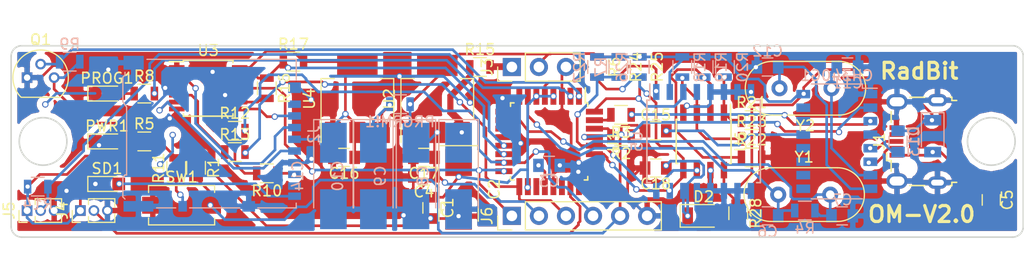
<source format=kicad_pcb>
(kicad_pcb (version 4) (host pcbnew 4.0.7)
  (layers (0 F.Cu signal) (31 B.Cu signal) (34 B.Paste user) (35 F.Paste user) (36 B.SilkS user) (37 F.SilkS user) (38 B.Mask user) (39 F.Mask user) (44 Edge.Cuts user))
  (net 0 "")
  (net 1 "Net-(C1-Pad1)")
  (net 2 GND)
  (net 3 "Net-(C3-Pad1)")
  (net 4 +5V)
  (net 5 +5VA)
  (net 6 "Net-(C6-Pad2)")
  (net 7 "Net-(C7-Pad2)")
  (net 8 "Net-(C8-Pad1)")
  (net 9 "Net-(C10-Pad1)")
  (net 10 "Net-(C11-Pad1)")
  (net 11 "Net-(C12-Pad1)")
  (net 12 "Net-(C13-Pad1)")
  (net 13 +3V3)
  (net 14 RST)
  (net 15 "Net-(C15-Pad2)")
  (net 16 "Net-(C18-Pad1)")
  (net 17 RX)
  (net 18 TX)
  (net 19 "Net-(CH340G1-Pad5)")
  (net 20 "Net-(CH340G1-Pad6)")
  (net 21 "Net-(CH340G1-Pad9)")
  (net 22 "Net-(CH340G1-Pad10)")
  (net 23 "Net-(CH340G1-Pad11)")
  (net 24 "Net-(CH340G1-Pad12)")
  (net 25 "Net-(CH340G1-Pad14)")
  (net 26 "Net-(CH340G1-Pad15)")
  (net 27 "Net-(D2-Pad2)")
  (net 28 "Net-(J1-Pad4)")
  (net 29 "Net-(J2-Pad9)")
  (net 30 "Net-(J2-Pad8)")
  (net 31 "Net-(J2-Pad1)")
  (net 32 "Net-(J2-Pad2)")
  (net 33 "Net-(J2-Pad3)")
  (net 34 "Net-(J2-Pad5)")
  (net 35 "Net-(J2-Pad7)")
  (net 36 "Net-(J2-Pad10)")
  (net 37 +12V)
  (net 38 "Net-(J4-Pad2)")
  (net 39 "Net-(J5-Pad2)")
  (net 40 MISO)
  (net 41 SCK)
  (net 42 MOSI)
  (net 43 "Net-(PROG1-Pad2)")
  (net 44 "Net-(PWR1-Pad2)")
  (net 45 "Net-(Q1-Pad2)")
  (net 46 "Net-(R2-Pad2)")
  (net 47 "Net-(R3-Pad2)")
  (net 48 SDA)
  (net 49 SCL)
  (net 50 "Net-(R8-Pad2)")
  (net 51 "Net-(R10-Pad2)")
  (net 52 "Net-(R12-Pad1)")
  (net 53 "Net-(R13-Pad1)")
  (net 54 CS)
  (net 55 "Net-(R16-Pad2)")
  (net 56 "Net-(R18-Pad1)")
  (net 57 "Net-(R19-Pad1)")
  (net 58 "Net-(R20-Pad1)")
  (net 59 "Net-(R24-Pad2)")
  (net 60 ALARM)
  (net 61 "Net-(U1-Pad9)")
  (net 62 "Net-(U1-Pad10)")
  (net 63 "Net-(U1-Pad11)")
  (net 64 "Net-(U1-Pad12)")
  (net 65 "Net-(U1-Pad19)")
  (net 66 "Net-(U1-Pad22)")
  (net 67 "Net-(U1-Pad24)")
  (net 68 "Net-(U1-Pad25)")
  (net 69 "Net-(U1-Pad26)")
  (net 70 "Net-(U5-Pad4)")
  (module Capacitors_SMD:C_0805 (layer F.Cu) (at 138.5 50.25 270)
    (fp_text reference C1 (at 0 -1.5 270) (layer F.SilkS))
    (fp_text value C)
    (pad 1 smd rect (at -1 0 270) (size 1 1.25) (layers F.Cu F.Paste F.Mask) (net 1 "Net-(C1-Pad1)"))
    (pad 2 smd rect (at 1 0 270) (size 1 1.25) (layers F.Cu F.Paste F.Mask) (net 2 GND))
  )
  (module Capacitors_Tantalum_SMD:CP_Tantalum_Case-C_EIA-6032-28_Reflow (layer F.Cu) (at 141 48.5 270)
    (fp_text reference C2 (at 0 -3.35 270) (layer F.SilkS))
    (fp_text value CP1)
    (pad 1 smd rect (at -2.525 0 270) (size 2.55 2.5) (layers F.Cu F.Paste F.Mask) (net 1 "Net-(C1-Pad1)"))
    (pad 2 smd rect (at 2.525 0 270) (size 2.55 2.5) (layers F.Cu F.Paste F.Mask) (net 2 GND))
  )
  (module Capacitors_SMD:C_0805 (layer B.Cu) (at 149.5 46.25)
    (fp_text reference C3 (at 0 1.5) (layer B.SilkS) (effects (justify mirror)))
    (fp_text value C)
    (pad 1 smd rect (at -1 0) (size 1 1.25) (layers B.Cu B.Paste B.Mask) (net 3 "Net-(C3-Pad1)"))
    (pad 2 smd rect (at 1 0) (size 1 1.25) (layers B.Cu B.Paste B.Mask) (net 2 GND))
  )
  (module Capacitors_SMD:C_0805 (layer F.Cu) (at 137.75 47.25 180)
    (fp_text reference C4 (at 0 -1.5 180) (layer F.SilkS))
    (fp_text value C)
    (pad 1 smd rect (at -1 0 180) (size 1 1.25) (layers F.Cu F.Paste F.Mask) (net 4 +5V))
    (pad 2 smd rect (at 1 0 180) (size 1 1.25) (layers F.Cu F.Paste F.Mask) (net 2 GND))
  )
  (module Capacitors_SMD:C_0805 (layer F.Cu) (at 191 49.5 270)
    (fp_text reference C5 (at 0 -1.5 270) (layer F.SilkS))
    (fp_text value C)
    (pad 1 smd rect (at -1 0 270) (size 1 1.25) (layers F.Cu F.Paste F.Mask) (net 5 +5VA))
    (pad 2 smd rect (at 1 0 270) (size 1 1.25) (layers F.Cu F.Paste F.Mask) (net 2 GND))
  )
  (module Capacitors_SMD:C_0805 (layer B.Cu) (at 170 51)
    (fp_text reference C6 (at 0 1.5) (layer B.SilkS) (effects (justify mirror)))
    (fp_text value C)
    (pad 1 smd rect (at -1 0) (size 1 1.25) (layers B.Cu B.Paste B.Mask) (net 2 GND))
    (pad 2 smd rect (at 1 0) (size 1 1.25) (layers B.Cu B.Paste B.Mask) (net 6 "Net-(C6-Pad2)"))
  )
  (module Capacitors_SMD:C_0805 (layer B.Cu) (at 177 51 180)
    (fp_text reference C7 (at 0 1.5 180) (layer B.SilkS) (effects (justify mirror)))
    (fp_text value C)
    (pad 1 smd rect (at -1 0 180) (size 1 1.25) (layers B.Cu B.Paste B.Mask) (net 2 GND))
    (pad 2 smd rect (at 1 0 180) (size 1 1.25) (layers B.Cu B.Paste B.Mask) (net 7 "Net-(C7-Pad2)"))
  )
  (module Capacitors_Tantalum_SMD:CP_Tantalum_Case-C_EIA-6032-28_Hand (layer B.Cu) (at 141 47.25 270)
    (fp_text reference C8 (at 0 3.35 270) (layer B.SilkS) (effects (justify mirror)))
    (fp_text value CP1)
    (pad 1 smd rect (at -3.125 0 270) (size 3.75 2.5) (layers B.Cu B.Paste B.Mask) (net 8 "Net-(C8-Pad1)"))
    (pad 2 smd rect (at 3.125 0 270) (size 3.75 2.5) (layers B.Cu B.Paste B.Mask) (net 2 GND))
  )
  (module Capacitors_Tantalum_SMD:CP_Tantalum_Case-C_EIA-6032-28_Hand (layer B.Cu) (at 137 47.25 270)
    (fp_text reference C9 (at 0 3.35 270) (layer B.SilkS) (effects (justify mirror)))
    (fp_text value CP1)
    (pad 1 smd rect (at -3.125 0 270) (size 3.75 2.5) (layers B.Cu B.Paste B.Mask) (net 4 +5V))
    (pad 2 smd rect (at 3.125 0 270) (size 3.75 2.5) (layers B.Cu B.Paste B.Mask) (net 2 GND))
  )
  (module Capacitors_Tantalum_SMD:CP_Tantalum_Case-C_EIA-6032-28_Hand (layer B.Cu) (at 133 47.25 270)
    (fp_text reference C10 (at 0 3.35 270) (layer B.SilkS) (effects (justify mirror)))
    (fp_text value CP1)
    (pad 1 smd rect (at -3.125 0 270) (size 3.75 2.5) (layers B.Cu B.Paste B.Mask) (net 9 "Net-(C10-Pad1)"))
    (pad 2 smd rect (at 3.125 0 270) (size 3.75 2.5) (layers B.Cu B.Paste B.Mask) (net 2 GND))
  )
  (module Capacitors_SMD:C_0805 (layer B.Cu) (at 177.5 37)
    (fp_text reference C11 (at 0 1.5) (layer B.SilkS) (effects (justify mirror)))
    (fp_text value C)
    (pad 1 smd rect (at -1 0) (size 1 1.25) (layers B.Cu B.Paste B.Mask) (net 10 "Net-(C11-Pad1)"))
    (pad 2 smd rect (at 1 0) (size 1 1.25) (layers B.Cu B.Paste B.Mask) (net 2 GND))
  )
  (module Capacitors_SMD:C_0805 (layer B.Cu) (at 170 37 180)
    (fp_text reference C12 (at 0 1.5 180) (layer B.SilkS) (effects (justify mirror)))
    (fp_text value C)
    (pad 1 smd rect (at -1 0 180) (size 1 1.25) (layers B.Cu B.Paste B.Mask) (net 11 "Net-(C12-Pad1)"))
    (pad 2 smd rect (at 1 0 180) (size 1 1.25) (layers B.Cu B.Paste B.Mask) (net 2 GND))
  )
  (module Capacitors_SMD:C_0805 (layer B.Cu) (at 182.25 44 90)
    (fp_text reference C13 (at 0 1.5 90) (layer B.SilkS) (effects (justify mirror)))
    (fp_text value C)
    (pad 1 smd rect (at -1 0 90) (size 1 1.25) (layers B.Cu B.Paste B.Mask) (net 12 "Net-(C13-Pad1)"))
    (pad 2 smd rect (at 1 0 90) (size 1 1.25) (layers B.Cu B.Paste B.Mask) (net 4 +5V))
  )
  (module Capacitors_Tantalum_SMD:CP_Tantalum_Case-C_EIA-6032-28_Hand (layer B.Cu) (at 129.25 47.25 270)
    (fp_text reference C14 (at 0 3.35 270) (layer B.SilkS) (effects (justify mirror)))
    (fp_text value CP1)
    (pad 1 smd rect (at -3.125 0 270) (size 3.75 2.5) (layers B.Cu B.Paste B.Mask) (net 13 +3V3))
    (pad 2 smd rect (at 3.125 0 270) (size 3.75 2.5) (layers B.Cu B.Paste B.Mask) (net 2 GND))
  )
  (module Capacitors_SMD:C_0805 (layer F.Cu) (at 159.5 43)
    (fp_text reference C15 (at 0 -1.5) (layer F.SilkS))
    (fp_text value C)
    (pad 1 smd rect (at -1 0) (size 1 1.25) (layers F.Cu F.Paste F.Mask) (net 14 RST))
    (pad 2 smd rect (at 1 0) (size 1 1.25) (layers F.Cu F.Paste F.Mask) (net 15 "Net-(C15-Pad2)"))
  )
  (module Capacitors_SMD:C_0805 (layer F.Cu) (at 130.25 45.5 180)
    (fp_text reference C16 (at 0 -1.5 180) (layer F.SilkS))
    (fp_text value C)
    (pad 1 smd rect (at -1 0 180) (size 1 1.25) (layers F.Cu F.Paste F.Mask) (net 13 +3V3))
    (pad 2 smd rect (at 1 0 180) (size 1 1.25) (layers F.Cu F.Paste F.Mask) (net 2 GND))
  )
  (module Capacitors_SMD:C_0805 (layer F.Cu) (at 137.75 45.5 180)
    (fp_text reference C17 (at 0 -1.5 180) (layer F.SilkS))
    (fp_text value C)
    (pad 1 smd rect (at -1 0 180) (size 1 1.25) (layers F.Cu F.Paste F.Mask) (net 4 +5V))
    (pad 2 smd rect (at 1 0 180) (size 1 1.25) (layers F.Cu F.Paste F.Mask) (net 2 GND))
  )
  (module Capacitors_SMD:C_0805 (layer F.Cu) (at 159.5 46.5 180)
    (fp_text reference C18 (at 0 -1.5 180) (layer F.SilkS))
    (fp_text value C)
    (pad 1 smd rect (at -1 0 180) (size 1 1.25) (layers F.Cu F.Paste F.Mask) (net 16 "Net-(C18-Pad1)"))
    (pad 2 smd rect (at 1 0 180) (size 1 1.25) (layers F.Cu F.Paste F.Mask) (net 2 GND))
  )
  (module Housings_SSOP:SOP-16_4.4x10.4mm_Pitch1.27mm (layer B.Cu) (at 176.5 44 180)
    (fp_text reference CH340G1 (at 0 6.2 180) (layer B.SilkS) (effects (justify mirror)))
    (fp_text value CH340G)
    (pad 1 smd rect (at -3.15 4.45 180) (size 1.3 0.8) (layers B.Cu B.Paste B.Mask) (net 2 GND))
    (pad 2 smd rect (at -3.15 3.17 180) (size 1.3 0.8) (layers B.Cu B.Paste B.Mask) (net 17 RX))
    (pad 3 smd rect (at -3.15 1.91 180) (size 1.3 0.8) (layers B.Cu B.Paste B.Mask) (net 18 TX))
    (pad 4 smd rect (at -3.15 0.64 180) (size 1.3 0.8) (layers B.Cu B.Paste B.Mask) (net 12 "Net-(C13-Pad1)"))
    (pad 5 smd rect (at -3.15 -0.64 180) (size 1.3 0.8) (layers B.Cu B.Paste B.Mask) (net 19 "Net-(CH340G1-Pad5)"))
    (pad 6 smd rect (at -3.15 -1.91 180) (size 1.3 0.8) (layers B.Cu B.Paste B.Mask) (net 20 "Net-(CH340G1-Pad6)"))
    (pad 7 smd rect (at -3.15 -3.17 180) (size 1.3 0.8) (layers B.Cu B.Paste B.Mask) (net 10 "Net-(C11-Pad1)"))
    (pad 8 smd rect (at -3.15 -4.45 180) (size 1.3 0.8) (layers B.Cu B.Paste B.Mask) (net 11 "Net-(C12-Pad1)"))
    (pad 9 smd rect (at 3.15 -4.45 180) (size 1.3 0.8) (layers B.Cu B.Paste B.Mask) (net 21 "Net-(CH340G1-Pad9)"))
    (pad 10 smd rect (at 3.15 -3.17 180) (size 1.3 0.8) (layers B.Cu B.Paste B.Mask) (net 22 "Net-(CH340G1-Pad10)"))
    (pad 11 smd rect (at 3.15 -1.91 180) (size 1.3 0.8) (layers B.Cu B.Paste B.Mask) (net 23 "Net-(CH340G1-Pad11)"))
    (pad 12 smd rect (at 3.15 -0.64 180) (size 1.3 0.8) (layers B.Cu B.Paste B.Mask) (net 24 "Net-(CH340G1-Pad12)"))
    (pad 13 smd rect (at 3.15 0.64 180) (size 1.3 0.8) (layers B.Cu B.Paste B.Mask) (net 15 "Net-(C15-Pad2)"))
    (pad 14 smd rect (at 3.15 1.91 180) (size 1.3 0.8) (layers B.Cu B.Paste B.Mask) (net 25 "Net-(CH340G1-Pad14)"))
    (pad 15 smd rect (at 3.15 3.17 180) (size 1.3 0.8) (layers B.Cu B.Paste B.Mask) (net 26 "Net-(CH340G1-Pad15)"))
    (pad 16 smd rect (at 3.15 4.45 180) (size 1.3 0.8) (layers B.Cu B.Paste B.Mask) (net 4 +5V))
  )
  (module Diodes_SMD:D_1206 (layer B.Cu) (at 185.5 43.5 270)
    (fp_text reference D1 (at 0 1.8 270) (layer B.SilkS) (effects (justify mirror)))
    (fp_text value D)
    (pad 1 smd rect (at -1.5 0 270) (size 1 1.6) (layers B.Cu B.Paste B.Mask) (net 4 +5V))
    (pad 2 smd rect (at 1.5 0 270) (size 1 1.6) (layers B.Cu B.Paste B.Mask) (net 5 +5VA))
  )
  (module Diodes_SMD:D_1206 (layer F.Cu) (at 164 51)
    (fp_text reference D2 (at 0 -1.8) (layer F.SilkS))
    (fp_text value D)
    (pad 1 smd rect (at -1.5 0) (size 1 1.6) (layers F.Cu F.Paste F.Mask) (net 16 "Net-(C18-Pad1)"))
    (pad 2 smd rect (at 1.5 0) (size 1 1.6) (layers F.Cu F.Paste F.Mask) (net 27 "Net-(D2-Pad2)"))
  )
  (module Connectors_USB:USB_Micro-B_Wuerth-629105150521 (layer F.Cu) (at 184 44 90)
    (fp_text reference J1 (at 0 -3.5 90) (layer F.SilkS))
    (fp_text value USB_OTG)
    (pad 1 smd rect (at -1.3 -1.9 90) (size 0.45 1.3) (layers F.Cu F.Paste F.Mask) (net 5 +5VA))
    (pad 2 smd rect (at -0.65 -1.9 90) (size 0.45 1.3) (layers F.Cu F.Paste F.Mask) (net 20 "Net-(CH340G1-Pad6)"))
    (pad 3 smd rect (at 0 -1.9 90) (size 0.45 1.3) (layers F.Cu F.Paste F.Mask) (net 19 "Net-(CH340G1-Pad5)"))
    (pad 4 smd rect (at 0.65 -1.9 90) (size 0.45 1.3) (layers F.Cu F.Paste F.Mask) (net 28 "Net-(J1-Pad4)"))
    (pad 5 smd rect (at 1.3 -1.9 90) (size 0.45 1.3) (layers F.Cu F.Paste F.Mask) (net 2 GND))
    (pad 6 thru_hole oval (at -3.725 -1.85 90) (size 1.45 2) (drill oval 0.85 1.4) (layers *.Cu *.Mask) (net 2 GND))
    (pad 6 thru_hole oval (at 3.725 -1.85 90) (size 1.45 2) (drill oval 0.85 1.4) (layers *.Cu *.Mask) (net 2 GND))
    (pad 6 thru_hole oval (at -3.875 1.95 90) (size 1.15 1.8) (drill oval 0.55 1.2) (layers *.Cu *.Mask) (net 2 GND))
    (pad 6 thru_hole oval (at 3.875 1.95 90) (size 1.15 1.8) (drill oval 0.55 1.2) (layers *.Cu *.Mask) (net 2 GND))
    (pad "" np_thru_hole oval (at -2.5 -0.8 90) (size 0.8 0.8) (drill 0.8) (layers *.Cu *.Mask))
    (pad "" np_thru_hole oval (at 2.5 -0.8 90) (size 0.8 0.8) (drill 0.8) (layers *.Cu *.Mask))
  )
  (module Connectors_Card:Hirose_DM3AT-SF-PEJM5 (layer B.Cu) (at 125 40.5 90)
    (fp_text reference J2 (at -2.85 2.4 90) (layer B.SilkS) (effects (justify mirror)))
    (fp_text value Micro_SD_Card_Det_Hirose_DM3AT)
    (pad 9 smd rect (at -8.65 0.6 90) (size 0.7 1.2) (layers B.Cu B.Paste B.Mask) (net 29 "Net-(J2-Pad9)"))
    (pad 8 smd rect (at -7.7 0.6 90) (size 0.7 1.2) (layers B.Cu B.Paste B.Mask) (net 30 "Net-(J2-Pad8)"))
    (pad 1 smd rect (at 0 0.6 90) (size 0.7 1.2) (layers B.Cu B.Paste B.Mask) (net 31 "Net-(J2-Pad1)"))
    (pad 2 smd rect (at -1.1 0.6 90) (size 0.7 1.2) (layers B.Cu B.Paste B.Mask) (net 32 "Net-(J2-Pad2)"))
    (pad 3 smd rect (at -2.2 0.6 90) (size 0.7 1.2) (layers B.Cu B.Paste B.Mask) (net 33 "Net-(J2-Pad3)"))
    (pad 4 smd rect (at -3.3 0.6 90) (size 0.7 1.2) (layers B.Cu B.Paste B.Mask) (net 13 +3V3))
    (pad 5 smd rect (at -4.4 0.6 90) (size 0.7 1.2) (layers B.Cu B.Paste B.Mask) (net 34 "Net-(J2-Pad5)"))
    (pad 6 smd rect (at -5.5 0.6 90) (size 0.7 1.2) (layers B.Cu B.Paste B.Mask) (net 2 GND))
    (pad 7 smd rect (at -6.6 0.6 90) (size 0.7 1.2) (layers B.Cu B.Paste B.Mask) (net 35 "Net-(J2-Pad7)"))
    (pad 11 smd rect (at 1.55 0.6 90) (size 1 1.2) (layers B.Cu B.Paste B.Mask) (net 2 GND))
    (pad 11 smd rect (at -9.6 -3.7 90) (size 1 1.2) (layers B.Cu B.Paste B.Mask) (net 2 GND))
    (pad 10 smd rect (at -9.6 -9.9 90) (size 1 0.8) (layers B.Cu B.Paste B.Mask) (net 36 "Net-(J2-Pad10)"))
    (pad 11 smd rect (at -9.6 -14.05 90) (size 1 2.8) (layers B.Cu B.Paste B.Mask) (net 2 GND))
    (pad 11 smd rect (at 3.9 -14.5 90) (size 1.3 1.9) (layers B.Cu B.Paste B.Mask) (net 2 GND))
  )
  (module Pin_Headers:Pin_Header_Straight_1x03_Pitch2.54mm (layer F.Cu) (at 146 37 90)
    (fp_text reference J3 (at 0 -2.33 90) (layer F.SilkS))
    (fp_text value Conn_01x03)
    (pad 1 thru_hole rect (at 0 0 90) (size 1.7 1.7) (drill 1) (layers *.Cu *.Mask) (net 37 +12V))
    (pad 2 thru_hole oval (at 0 2.54 90) (size 1.7 1.7) (drill 1) (layers *.Cu *.Mask) (net 4 +5V))
    (pad 3 thru_hole oval (at 0 5.08 90) (size 1.7 1.7) (drill 1) (layers *.Cu *.Mask) (net 2 GND))
  )
  (module Pin_Headers:Pin_Header_Straight_1x03_Pitch1.27mm (layer F.Cu) (at 105.5 50.5 90)
    (fp_text reference J4 (at 0 -1.695 90) (layer F.SilkS))
    (fp_text value Conn_01x03)
    (pad 1 thru_hole rect (at 0 0 90) (size 1 1) (drill 0.65) (layers *.Cu *.Mask) (net 4 +5V))
    (pad 2 thru_hole oval (at 0 1.27 90) (size 1 1) (drill 0.65) (layers *.Cu *.Mask) (net 38 "Net-(J4-Pad2)"))
    (pad 3 thru_hole oval (at 0 2.54 90) (size 1 1) (drill 0.65) (layers *.Cu *.Mask) (net 2 GND))
  )
  (module Pin_Headers:Pin_Header_Straight_1x03_Pitch1.27mm (layer F.Cu) (at 100.5 50.5 90)
    (fp_text reference J5 (at 0 -1.695 90) (layer F.SilkS))
    (fp_text value Conn_01x03)
    (pad 1 thru_hole rect (at 0 0 90) (size 1 1) (drill 0.65) (layers *.Cu *.Mask) (net 4 +5V))
    (pad 2 thru_hole oval (at 0 1.27 90) (size 1 1) (drill 0.65) (layers *.Cu *.Mask) (net 39 "Net-(J5-Pad2)"))
    (pad 3 thru_hole oval (at 0 2.54 90) (size 1 1) (drill 0.65) (layers *.Cu *.Mask) (net 2 GND))
  )
  (module Pin_Headers:Pin_Header_Straight_1x06_Pitch2.54mm (layer F.Cu) (at 146 51 90)
    (fp_text reference J6 (at 0 -2.33 90) (layer F.SilkS))
    (fp_text value Conn_01x06)
    (pad 1 thru_hole rect (at 0 0 90) (size 1.7 1.7) (drill 1) (layers *.Cu *.Mask) (net 40 MISO))
    (pad 2 thru_hole oval (at 0 2.54 90) (size 1.7 1.7) (drill 1) (layers *.Cu *.Mask) (net 4 +5V))
    (pad 3 thru_hole oval (at 0 5.08 90) (size 1.7 1.7) (drill 1) (layers *.Cu *.Mask) (net 41 SCK))
    (pad 4 thru_hole oval (at 0 7.62 90) (size 1.7 1.7) (drill 1) (layers *.Cu *.Mask) (net 42 MOSI))
    (pad 5 thru_hole oval (at 0 10.16 90) (size 1.7 1.7) (drill 1) (layers *.Cu *.Mask) (net 14 RST))
    (pad 6 thru_hole oval (at 0 12.7 90) (size 1.7 1.7) (drill 1) (layers *.Cu *.Mask) (net 2 GND))
  )
  (module Resistors_SMD:R_0805 (layer B.Cu) (at 135.5 40.5)
    (fp_text reference PRGRM!1 (at 0 1.65) (layer B.SilkS) (effects (justify mirror)))
    (fp_text value R)
    (pad 1 smd rect (at -0.95 0) (size 0.7 1.3) (layers B.Cu B.Paste B.Mask) (net 9 "Net-(C10-Pad1)"))
    (pad 2 smd rect (at 0.95 0) (size 0.7 1.3) (layers B.Cu B.Paste B.Mask) (net 4 +5V))
  )
  (module LEDs:LED_0805 (layer F.Cu) (at 108 39.5)
    (fp_text reference PROG1 (at 0 -1.45) (layer F.SilkS))
    (fp_text value LED)
    (pad 2 smd rect (at 1.1 0 180) (size 1.2 1.2) (layers F.Cu F.Paste F.Mask) (net 43 "Net-(PROG1-Pad2)"))
    (pad 1 smd rect (at -1.1 0 180) (size 1.2 1.2) (layers F.Cu F.Paste F.Mask) (net 2 GND))
  )
  (module LEDs:LED_0805 (layer F.Cu) (at 108 44)
    (fp_text reference PWR1 (at 0 -1.45) (layer F.SilkS))
    (fp_text value LED)
    (pad 2 smd rect (at 1.1 0 180) (size 1.2 1.2) (layers F.Cu F.Paste F.Mask) (net 44 "Net-(PWR1-Pad2)"))
    (pad 1 smd rect (at -1.1 0 180) (size 1.2 1.2) (layers F.Cu F.Paste F.Mask) (net 2 GND))
  )
  (module TO_SOT_Packages_THT:TO-92_Molded_Narrow (layer F.Cu) (at 100.5 38)
    (fp_text reference Q1 (at 1.27 -3.56) (layer F.SilkS))
    (fp_text value 2N3904)
    (pad 2 thru_hole circle (at 1.27 -1.27 90) (size 1 1) (drill 0.6) (layers *.Cu *.Mask) (net 45 "Net-(Q1-Pad2)"))
    (pad 3 thru_hole circle (at 2.54 0 90) (size 1 1) (drill 0.6) (layers *.Cu *.Mask) (net 4 +5V))
    (pad 1 thru_hole rect (at 0 0 90) (size 1 1) (drill 0.6) (layers *.Cu *.Mask) (net 2 GND))
  )
  (module Resistors_SMD:R_0805 (layer F.Cu) (at 116.3574 46.482 270)
    (fp_text reference R1 (at 0 -1.65 270) (layer F.SilkS))
    (fp_text value R)
    (pad 1 smd rect (at -0.95 0 270) (size 0.7 1.3) (layers F.Cu F.Paste F.Mask) (net 4 +5V))
    (pad 2 smd rect (at 0.95 0 270) (size 0.7 1.3) (layers F.Cu F.Paste F.Mask) (net 14 RST))
  )
  (module Resistors_SMD:R_0805 (layer F.Cu) (at 156.25 43.5 180)
    (fp_text reference R2 (at 0 -1.65 180) (layer F.SilkS))
    (fp_text value R)
    (pad 1 smd rect (at -0.95 0 180) (size 0.7 1.3) (layers F.Cu F.Paste F.Mask) (net 17 RX))
    (pad 2 smd rect (at 0.95 0 180) (size 0.7 1.3) (layers F.Cu F.Paste F.Mask) (net 46 "Net-(R2-Pad2)"))
  )
  (module Resistors_SMD:R_0805 (layer F.Cu) (at 156.25 41.5 180)
    (fp_text reference R3 (at 0 -1.65 180) (layer F.SilkS))
    (fp_text value R)
    (pad 1 smd rect (at -0.95 0 180) (size 0.7 1.3) (layers F.Cu F.Paste F.Mask) (net 18 TX))
    (pad 2 smd rect (at 0.95 0 180) (size 0.7 1.3) (layers F.Cu F.Paste F.Mask) (net 47 "Net-(R3-Pad2)"))
  )
  (module Resistors_SMD:R_0805 (layer B.Cu) (at 173.5 50.5)
    (fp_text reference R4 (at 0 1.65) (layer B.SilkS) (effects (justify mirror)))
    (fp_text value R)
    (pad 1 smd rect (at -0.95 0) (size 0.7 1.3) (layers B.Cu B.Paste B.Mask) (net 6 "Net-(C6-Pad2)"))
    (pad 2 smd rect (at 0.95 0) (size 0.7 1.3) (layers B.Cu B.Paste B.Mask) (net 7 "Net-(C7-Pad2)"))
  )
  (module Resistors_SMD:R_0805 (layer F.Cu) (at 111.5 44)
    (fp_text reference R5 (at 0 -1.65) (layer F.SilkS))
    (fp_text value R)
    (pad 1 smd rect (at -0.95 0) (size 0.7 1.3) (layers F.Cu F.Paste F.Mask) (net 44 "Net-(PWR1-Pad2)"))
    (pad 2 smd rect (at 0.95 0) (size 0.7 1.3) (layers F.Cu F.Paste F.Mask) (net 4 +5V))
  )
  (module Resistors_SMD:R_0805 (layer F.Cu) (at 154 37 270)
    (fp_text reference R6 (at 0 -1.65 270) (layer F.SilkS))
    (fp_text value R)
    (pad 1 smd rect (at -0.95 0 270) (size 0.7 1.3) (layers F.Cu F.Paste F.Mask) (net 4 +5V))
    (pad 2 smd rect (at 0.95 0 270) (size 0.7 1.3) (layers F.Cu F.Paste F.Mask) (net 48 SDA))
  )
  (module Resistors_SMD:R_0805 (layer B.Cu) (at 156 37 270)
    (fp_text reference R7 (at 0 1.65 270) (layer B.SilkS) (effects (justify mirror)))
    (fp_text value R)
    (pad 1 smd rect (at -0.95 0 270) (size 0.7 1.3) (layers B.Cu B.Paste B.Mask) (net 4 +5V))
    (pad 2 smd rect (at 0.95 0 270) (size 0.7 1.3) (layers B.Cu B.Paste B.Mask) (net 49 SCL))
  )
  (module Resistors_SMD:R_0805 (layer F.Cu) (at 111.5 39.5)
    (fp_text reference R8 (at 0 -1.65) (layer F.SilkS))
    (fp_text value R)
    (pad 1 smd rect (at -0.95 0) (size 0.7 1.3) (layers F.Cu F.Paste F.Mask) (net 43 "Net-(PROG1-Pad2)"))
    (pad 2 smd rect (at 0.95 0) (size 0.7 1.3) (layers F.Cu F.Paste F.Mask) (net 50 "Net-(R8-Pad2)"))
  )
  (module Resistors_SMD:R_0805 (layer B.Cu) (at 104.5 36.5 180)
    (fp_text reference R9 (at 0 1.65 180) (layer B.SilkS) (effects (justify mirror)))
    (fp_text value R)
    (pad 1 smd rect (at -0.95 0 180) (size 0.7 1.3) (layers B.Cu B.Paste B.Mask) (net 4 +5V))
    (pad 2 smd rect (at 0.95 0 180) (size 0.7 1.3) (layers B.Cu B.Paste B.Mask) (net 45 "Net-(Q1-Pad2)"))
  )
  (module Resistors_SMD:R_0805 (layer F.Cu) (at 123 47 180)
    (fp_text reference R10 (at 0 -1.65 180) (layer F.SilkS))
    (fp_text value R)
    (pad 1 smd rect (at -0.95 0 180) (size 0.7 1.3) (layers F.Cu F.Paste F.Mask) (net 35 "Net-(J2-Pad7)"))
    (pad 2 smd rect (at 0.95 0 180) (size 0.7 1.3) (layers F.Cu F.Paste F.Mask) (net 51 "Net-(R10-Pad2)"))
  )
  (module Resistors_SMD:R_0805 (layer F.Cu) (at 114.5 46.5 90)
    (fp_text reference R11 (at 0 -1.65 90) (layer F.SilkS))
    (fp_text value R)
    (pad 1 smd rect (at -0.95 0 90) (size 0.7 1.3) (layers F.Cu F.Paste F.Mask) (net 36 "Net-(J2-Pad10)"))
    (pad 2 smd rect (at 0.95 0 90) (size 0.7 1.3) (layers F.Cu F.Paste F.Mask) (net 4 +5V))
  )
  (module Resistors_SMD:R_0805 (layer F.Cu) (at 120 43)
    (fp_text reference R12 (at 0 -1.65) (layer F.SilkS))
    (fp_text value R)
    (pad 1 smd rect (at -0.95 0) (size 0.7 1.3) (layers F.Cu F.Paste F.Mask) (net 52 "Net-(R12-Pad1)"))
    (pad 2 smd rect (at 0.95 0) (size 0.7 1.3) (layers F.Cu F.Paste F.Mask) (net 42 MOSI))
  )
  (module Resistors_SMD:R_0805 (layer F.Cu) (at 120 45)
    (fp_text reference R13 (at 0 -1.65) (layer F.SilkS))
    (fp_text value R)
    (pad 1 smd rect (at -0.95 0) (size 0.7 1.3) (layers F.Cu F.Paste F.Mask) (net 53 "Net-(R13-Pad1)"))
    (pad 2 smd rect (at 0.95 0) (size 0.7 1.3) (layers F.Cu F.Paste F.Mask) (net 41 SCK))
  )
  (module Resistors_SMD:R_0805 (layer B.Cu) (at 101.5 48.25)
    (fp_text reference R14 (at 0 1.65) (layer B.SilkS) (effects (justify mirror)))
    (fp_text value R)
    (pad 1 smd rect (at -0.95 0) (size 0.7 1.3) (layers B.Cu B.Paste B.Mask) (net 4 +5V))
    (pad 2 smd rect (at 0.95 0) (size 0.7 1.3) (layers B.Cu B.Paste B.Mask) (net 39 "Net-(J5-Pad2)"))
  )
  (module Resistors_SMD:R_0805 (layer F.Cu) (at 143 37)
    (fp_text reference R15 (at 0 -1.65) (layer F.SilkS))
    (fp_text value R)
    (pad 1 smd rect (at -0.95 0) (size 0.7 1.3) (layers F.Cu F.Paste F.Mask) (net 8 "Net-(C8-Pad1)"))
    (pad 2 smd rect (at 0.95 0) (size 0.7 1.3) (layers F.Cu F.Paste F.Mask) (net 37 +12V))
  )
  (module Resistors_SMD:R_0805 (layer F.Cu) (at 123 39 270)
    (fp_text reference R16 (at 0 -1.65 270) (layer F.SilkS))
    (fp_text value R)
    (pad 1 smd rect (at -0.95 0 270) (size 0.7 1.3) (layers F.Cu F.Paste F.Mask) (net 54 CS))
    (pad 2 smd rect (at 0.95 0 270) (size 0.7 1.3) (layers F.Cu F.Paste F.Mask) (net 55 "Net-(R16-Pad2)"))
  )
  (module Resistors_SMD:R_0805 (layer F.Cu) (at 125.5 36.5)
    (fp_text reference R17 (at 0 -1.65) (layer F.SilkS))
    (fp_text value R)
    (pad 1 smd rect (at -0.95 0) (size 0.7 1.3) (layers F.Cu F.Paste F.Mask) (net 54 CS))
    (pad 2 smd rect (at 0.95 0) (size 0.7 1.3) (layers F.Cu F.Paste F.Mask) (net 13 +3V3))
  )
  (module Resistors_SMD:R_0805 (layer B.Cu) (at 161.99866 37.00018 90)
    (fp_text reference R18 (at 0 1.65 90) (layer B.SilkS) (effects (justify mirror)))
    (fp_text value R)
    (pad 1 smd rect (at -0.95 0 90) (size 0.7 1.3) (layers B.Cu B.Paste B.Mask) (net 56 "Net-(R18-Pad1)"))
    (pad 2 smd rect (at 0.95 0 90) (size 0.7 1.3) (layers B.Cu B.Paste B.Mask) (net 4 +5V))
  )
  (module Resistors_SMD:R_0805 (layer B.Cu) (at 163.99764 37.00018 90)
    (fp_text reference R19 (at 0 1.65 90) (layer B.SilkS) (effects (justify mirror)))
    (fp_text value R)
    (pad 1 smd rect (at -0.95 0 90) (size 0.7 1.3) (layers B.Cu B.Paste B.Mask) (net 57 "Net-(R19-Pad1)"))
    (pad 2 smd rect (at 0.95 0 90) (size 0.7 1.3) (layers B.Cu B.Paste B.Mask) (net 4 +5V))
  )
  (module Resistors_SMD:R_0805 (layer B.Cu) (at 166 37 90)
    (fp_text reference R20 (at 0 1.65 90) (layer B.SilkS) (effects (justify mirror)))
    (fp_text value R)
    (pad 1 smd rect (at -0.95 0 90) (size 0.7 1.3) (layers B.Cu B.Paste B.Mask) (net 58 "Net-(R20-Pad1)"))
    (pad 2 smd rect (at 0.95 0 90) (size 0.7 1.3) (layers B.Cu B.Paste B.Mask) (net 4 +5V))
  )
  (module Resistors_SMD:R_0805 (layer F.Cu) (at 168.5 42)
    (fp_text reference R21 (at 0 -1.65) (layer F.SilkS))
    (fp_text value R)
    (pad 1 smd rect (at -0.95 0) (size 0.7 1.3) (layers F.Cu F.Paste F.Mask) (net 58 "Net-(R20-Pad1)"))
    (pad 2 smd rect (at 0.95 0) (size 0.7 1.3) (layers F.Cu F.Paste F.Mask) (net 2 GND))
  )
  (module Resistors_SMD:R_0805 (layer F.Cu) (at 168.5 45.5)
    (fp_text reference R22 (at 0 -1.65) (layer F.SilkS))
    (fp_text value R)
    (pad 1 smd rect (at -0.95 0) (size 0.7 1.3) (layers F.Cu F.Paste F.Mask) (net 57 "Net-(R19-Pad1)"))
    (pad 2 smd rect (at 0.95 0) (size 0.7 1.3) (layers F.Cu F.Paste F.Mask) (net 2 GND))
  )
  (module Resistors_SMD:R_0805 (layer F.Cu) (at 168.5 43.75)
    (fp_text reference R23 (at 0 -1.65) (layer F.SilkS))
    (fp_text value R)
    (pad 1 smd rect (at -0.95 0) (size 0.7 1.3) (layers F.Cu F.Paste F.Mask) (net 56 "Net-(R18-Pad1)"))
    (pad 2 smd rect (at 0.95 0) (size 0.7 1.3) (layers F.Cu F.Paste F.Mask) (net 2 GND))
  )
  (module Resistors_SMD:R_0805 (layer F.Cu) (at 156 37 270)
    (fp_text reference R24 (at 0 -1.65 270) (layer F.SilkS))
    (fp_text value R)
    (pad 1 smd rect (at -0.95 0 270) (size 0.7 1.3) (layers F.Cu F.Paste F.Mask) (net 4 +5V))
    (pad 2 smd rect (at 0.95 0 270) (size 0.7 1.3) (layers F.Cu F.Paste F.Mask) (net 59 "Net-(R24-Pad2)"))
  )
  (module Resistors_SMD:R_0805 (layer F.Cu) (at 158 37 270)
    (fp_text reference R25 (at 0 -1.65 270) (layer F.SilkS))
    (fp_text value R)
    (pad 1 smd rect (at -0.95 0 270) (size 0.7 1.3) (layers F.Cu F.Paste F.Mask) (net 4 +5V))
    (pad 2 smd rect (at 0.95 0 270) (size 0.7 1.3) (layers F.Cu F.Paste F.Mask) (net 60 ALARM))
  )
  (module Resistors_SMD:R_0805 (layer B.Cu) (at 158 37 270)
    (fp_text reference R26 (at 0 1.65 270) (layer B.SilkS) (effects (justify mirror)))
    (fp_text value R)
    (pad 1 smd rect (at -0.95 0 270) (size 0.7 1.3) (layers B.Cu B.Paste B.Mask) (net 4 +5V))
    (pad 2 smd rect (at 0.95 0 270) (size 0.7 1.3) (layers B.Cu B.Paste B.Mask) (net 48 SDA))
  )
  (module Resistors_SMD:R_0805 (layer B.Cu) (at 154 37 270)
    (fp_text reference R27 (at 0 1.65 270) (layer B.SilkS) (effects (justify mirror)))
    (fp_text value R)
    (pad 1 smd rect (at -0.95 0 270) (size 0.7 1.3) (layers B.Cu B.Paste B.Mask) (net 4 +5V))
    (pad 2 smd rect (at 0.95 0 270) (size 0.7 1.3) (layers B.Cu B.Paste B.Mask) (net 49 SCL))
  )
  (module Resistors_SMD:R_0805 (layer F.Cu) (at 167.25 50.75 270)
    (fp_text reference R28 (at 0 -1.65 270) (layer F.SilkS))
    (fp_text value R)
    (pad 1 smd rect (at -0.95 0 270) (size 0.7 1.3) (layers F.Cu F.Paste F.Mask) (net 4 +5V))
    (pad 2 smd rect (at 0.95 0 270) (size 0.7 1.3) (layers F.Cu F.Paste F.Mask) (net 27 "Net-(D2-Pad2)"))
  )
  (module LEDs:LED_0805 (layer F.Cu) (at 108 48)
    (fp_text reference SD1 (at 0 -1.45) (layer F.SilkS))
    (fp_text value LED)
    (pad 2 smd rect (at 1.1 0 180) (size 1.2 1.2) (layers F.Cu F.Paste F.Mask) (net 29 "Net-(J2-Pad9)"))
    (pad 1 smd rect (at -1.1 0 180) (size 1.2 1.2) (layers F.Cu F.Paste F.Mask) (net 2 GND))
  )
  (module Buttons_Switches_SMD:SW_SPST_EVQPE1 (layer F.Cu) (at 115 50)
    (fp_text reference SW1 (at 0 -2.65) (layer F.SilkS))
    (fp_text value SW_Push)
    (pad 2 smd rect (at 2.7 0) (size 2 1.6) (layers F.Cu F.Paste F.Mask) (net 14 RST))
    (pad 1 smd rect (at -2.7 0) (size 2 1.6) (layers F.Cu F.Paste F.Mask) (net 2 GND))
  )
  (module Housings_QFP:TQFP-32_7x7mm_Pitch0.8mm (layer F.Cu) (at 149.5 44 270)
    (fp_text reference U1 (at 0 -6.05 270) (layer F.SilkS))
    (fp_text value ATMEGA328P-AU)
    (pad 1 smd rect (at -4.25 -2.8 270) (size 1.6 0.55) (layers F.Cu F.Paste F.Mask) (net 45 "Net-(Q1-Pad2)"))
    (pad 2 smd rect (at -4.25 -2 270) (size 1.6 0.55) (layers F.Cu F.Paste F.Mask) (net 39 "Net-(J5-Pad2)"))
    (pad 3 smd rect (at -4.25 -1.2 270) (size 1.6 0.55) (layers F.Cu F.Paste F.Mask) (net 2 GND))
    (pad 4 smd rect (at -4.25 -0.4 270) (size 1.6 0.55) (layers F.Cu F.Paste F.Mask) (net 1 "Net-(C1-Pad1)"))
    (pad 5 smd rect (at -4.25 0.4 270) (size 1.6 0.55) (layers F.Cu F.Paste F.Mask) (net 2 GND))
    (pad 6 smd rect (at -4.25 1.2 270) (size 1.6 0.55) (layers F.Cu F.Paste F.Mask) (net 1 "Net-(C1-Pad1)"))
    (pad 7 smd rect (at -4.25 2 270) (size 1.6 0.55) (layers F.Cu F.Paste F.Mask) (net 6 "Net-(C6-Pad2)"))
    (pad 8 smd rect (at -4.25 2.8 270) (size 1.6 0.55) (layers F.Cu F.Paste F.Mask) (net 7 "Net-(C7-Pad2)"))
    (pad 9 smd rect (at -2.8 4.25) (size 1.6 0.55) (layers F.Cu F.Paste F.Mask) (net 61 "Net-(U1-Pad9)"))
    (pad 10 smd rect (at -2 4.25) (size 1.6 0.55) (layers F.Cu F.Paste F.Mask) (net 62 "Net-(U1-Pad10)"))
    (pad 11 smd rect (at -1.2 4.25) (size 1.6 0.55) (layers F.Cu F.Paste F.Mask) (net 63 "Net-(U1-Pad11)"))
    (pad 12 smd rect (at -0.4 4.25) (size 1.6 0.55) (layers F.Cu F.Paste F.Mask) (net 64 "Net-(U1-Pad12)"))
    (pad 13 smd rect (at 0.4 4.25) (size 1.6 0.55) (layers F.Cu F.Paste F.Mask) (net 50 "Net-(R8-Pad2)"))
    (pad 14 smd rect (at 1.2 4.25) (size 1.6 0.55) (layers F.Cu F.Paste F.Mask) (net 54 CS))
    (pad 15 smd rect (at 2 4.25) (size 1.6 0.55) (layers F.Cu F.Paste F.Mask) (net 42 MOSI))
    (pad 16 smd rect (at 2.8 4.25) (size 1.6 0.55) (layers F.Cu F.Paste F.Mask) (net 40 MISO))
    (pad 17 smd rect (at 4.25 2.8 270) (size 1.6 0.55) (layers F.Cu F.Paste F.Mask) (net 41 SCK))
    (pad 18 smd rect (at 4.25 2 270) (size 1.6 0.55) (layers F.Cu F.Paste F.Mask) (net 1 "Net-(C1-Pad1)"))
    (pad 19 smd rect (at 4.25 1.2 270) (size 1.6 0.55) (layers F.Cu F.Paste F.Mask) (net 65 "Net-(U1-Pad19)"))
    (pad 20 smd rect (at 4.25 0.4 270) (size 1.6 0.55) (layers F.Cu F.Paste F.Mask) (net 3 "Net-(C3-Pad1)"))
    (pad 21 smd rect (at 4.25 -0.4 270) (size 1.6 0.55) (layers F.Cu F.Paste F.Mask) (net 2 GND))
    (pad 22 smd rect (at 4.25 -1.2 270) (size 1.6 0.55) (layers F.Cu F.Paste F.Mask) (net 66 "Net-(U1-Pad22)"))
    (pad 23 smd rect (at 4.25 -2 270) (size 1.6 0.55) (layers F.Cu F.Paste F.Mask) (net 38 "Net-(J4-Pad2)"))
    (pad 24 smd rect (at 4.25 -2.8 270) (size 1.6 0.55) (layers F.Cu F.Paste F.Mask) (net 67 "Net-(U1-Pad24)"))
    (pad 25 smd rect (at 2.8 -4.25) (size 1.6 0.55) (layers F.Cu F.Paste F.Mask) (net 68 "Net-(U1-Pad25)"))
    (pad 26 smd rect (at 2 -4.25) (size 1.6 0.55) (layers F.Cu F.Paste F.Mask) (net 69 "Net-(U1-Pad26)"))
    (pad 27 smd rect (at 1.2 -4.25) (size 1.6 0.55) (layers F.Cu F.Paste F.Mask) (net 48 SDA))
    (pad 28 smd rect (at 0.4 -4.25) (size 1.6 0.55) (layers F.Cu F.Paste F.Mask) (net 49 SCL))
    (pad 29 smd rect (at -0.4 -4.25) (size 1.6 0.55) (layers F.Cu F.Paste F.Mask) (net 14 RST))
    (pad 30 smd rect (at -1.2 -4.25) (size 1.6 0.55) (layers F.Cu F.Paste F.Mask) (net 46 "Net-(R2-Pad2)"))
    (pad 31 smd rect (at -2 -4.25) (size 1.6 0.55) (layers F.Cu F.Paste F.Mask) (net 47 "Net-(R3-Pad2)"))
    (pad 32 smd rect (at -2.8 -4.25) (size 1.6 0.55) (layers F.Cu F.Paste F.Mask) (net 60 ALARM))
  )
  (module TO_SOT_Packages_SMD:SOT-223-3_TabPin2 (layer F.Cu) (at 139 40 90)
    (fp_text reference U2 (at 0 -4.5 90) (layer F.SilkS))
    (fp_text value LM1117-3.3)
    (pad 2 smd rect (at 3.15 0 90) (size 2 3.8) (layers F.Cu F.Paste F.Mask) (net 4 +5V))
    (pad 2 smd rect (at -3.15 0 90) (size 2 1.5) (layers F.Cu F.Paste F.Mask) (net 4 +5V))
    (pad 3 smd rect (at -3.15 2.3 90) (size 2 1.5) (layers F.Cu F.Paste F.Mask) (net 8 "Net-(C8-Pad1)"))
    (pad 1 smd rect (at -3.15 -2.3 90) (size 2 1.5) (layers F.Cu F.Paste F.Mask) (net 2 GND))
  )
  (module Housings_SSOP:TSSOP-14_4.4x5mm_Pitch0.65mm (layer F.Cu) (at 117.5 39)
    (fp_text reference U3 (at 0 -3.55) (layer F.SilkS))
    (fp_text value SN74LVC125A)
    (pad 1 smd rect (at -2.95 -1.95) (size 1.45 0.45) (layers F.Cu F.Paste F.Mask) (net 2 GND))
    (pad 2 smd rect (at -2.95 -1.3) (size 1.45 0.45) (layers F.Cu F.Paste F.Mask) (net 52 "Net-(R12-Pad1)"))
    (pad 3 smd rect (at -2.95 -0.65) (size 1.45 0.45) (layers F.Cu F.Paste F.Mask) (net 33 "Net-(J2-Pad3)"))
    (pad 4 smd rect (at -2.95 0) (size 1.45 0.45) (layers F.Cu F.Paste F.Mask) (net 2 GND))
    (pad 5 smd rect (at -2.95 0.65) (size 1.45 0.45) (layers F.Cu F.Paste F.Mask) (net 53 "Net-(R13-Pad1)"))
    (pad 6 smd rect (at -2.95 1.3) (size 1.45 0.45) (layers F.Cu F.Paste F.Mask) (net 34 "Net-(J2-Pad5)"))
    (pad 7 smd rect (at -2.95 1.95) (size 1.45 0.45) (layers F.Cu F.Paste F.Mask) (net 2 GND))
    (pad 8 smd rect (at 2.95 1.95) (size 1.45 0.45) (layers F.Cu F.Paste F.Mask) (net 32 "Net-(J2-Pad2)"))
    (pad 9 smd rect (at 2.95 1.3) (size 1.45 0.45) (layers F.Cu F.Paste F.Mask) (net 55 "Net-(R16-Pad2)"))
    (pad 10 smd rect (at 2.95 0.65) (size 1.45 0.45) (layers F.Cu F.Paste F.Mask) (net 2 GND))
    (pad 11 smd rect (at 2.95 0) (size 1.45 0.45) (layers F.Cu F.Paste F.Mask) (net 40 MISO))
    (pad 12 smd rect (at 2.95 -0.65) (size 1.45 0.45) (layers F.Cu F.Paste F.Mask) (net 51 "Net-(R10-Pad2)"))
    (pad 13 smd rect (at 2.95 -1.3) (size 1.45 0.45) (layers F.Cu F.Paste F.Mask) (net 54 CS))
    (pad 14 smd rect (at 2.95 -1.95) (size 1.45 0.45) (layers F.Cu F.Paste F.Mask) (net 13 +3V3))
  )
  (module TO_SOT_Packages_SMD:SOT-223-3_TabPin2 (layer F.Cu) (at 131.5 40 90)
    (fp_text reference U4 (at 0 -4.5 90) (layer F.SilkS))
    (fp_text value LM1117-5.0)
    (pad 2 smd rect (at 3.15 0 90) (size 2 3.8) (layers F.Cu F.Paste F.Mask) (net 13 +3V3))
    (pad 2 smd rect (at -3.15 0 90) (size 2 1.5) (layers F.Cu F.Paste F.Mask) (net 13 +3V3))
    (pad 3 smd rect (at -3.15 2.3 90) (size 2 1.5) (layers F.Cu F.Paste F.Mask) (net 9 "Net-(C10-Pad1)"))
    (pad 1 smd rect (at -3.15 -2.3 90) (size 2 1.5) (layers F.Cu F.Paste F.Mask) (net 2 GND))
  )
  (module Housings_SOIC:SOIC-16W_7.5x10.3mm_Pitch1.27mm (layer B.Cu) (at 164 44 270)
    (fp_text reference U5 (at 0 6.25 270) (layer B.SilkS) (effects (justify mirror)))
    (fp_text value DS3231)
    (pad 1 smd rect (at -4.65 4.445 270) (size 1.5 0.6) (layers B.Cu B.Paste B.Mask) (net 59 "Net-(R24-Pad2)"))
    (pad 2 smd rect (at -4.65 3.175 270) (size 1.5 0.6) (layers B.Cu B.Paste B.Mask) (net 4 +5V))
    (pad 3 smd rect (at -4.65 1.905 270) (size 1.5 0.6) (layers B.Cu B.Paste B.Mask) (net 60 ALARM))
    (pad 4 smd rect (at -4.65 0.635 270) (size 1.5 0.6) (layers B.Cu B.Paste B.Mask) (net 70 "Net-(U5-Pad4)"))
    (pad 5 smd rect (at -4.65 -0.635 270) (size 1.5 0.6) (layers B.Cu B.Paste B.Mask) (net 2 GND))
    (pad 6 smd rect (at -4.65 -1.905 270) (size 1.5 0.6) (layers B.Cu B.Paste B.Mask) (net 2 GND))
    (pad 7 smd rect (at -4.65 -3.175 270) (size 1.5 0.6) (layers B.Cu B.Paste B.Mask) (net 2 GND))
    (pad 8 smd rect (at -4.65 -4.445 270) (size 1.5 0.6) (layers B.Cu B.Paste B.Mask) (net 2 GND))
    (pad 9 smd rect (at 4.65 -4.445 270) (size 1.5 0.6) (layers B.Cu B.Paste B.Mask) (net 2 GND))
    (pad 10 smd rect (at 4.65 -3.175 270) (size 1.5 0.6) (layers B.Cu B.Paste B.Mask) (net 2 GND))
    (pad 11 smd rect (at 4.65 -1.905 270) (size 1.5 0.6) (layers B.Cu B.Paste B.Mask) (net 2 GND))
    (pad 12 smd rect (at 4.65 -0.635 270) (size 1.5 0.6) (layers B.Cu B.Paste B.Mask) (net 2 GND))
    (pad 13 smd rect (at 4.65 0.635 270) (size 1.5 0.6) (layers B.Cu B.Paste B.Mask) (net 2 GND))
    (pad 14 smd rect (at 4.65 1.905 270) (size 1.5 0.6) (layers B.Cu B.Paste B.Mask) (net 16 "Net-(C18-Pad1)"))
    (pad 15 smd rect (at 4.65 3.175 270) (size 1.5 0.6) (layers B.Cu B.Paste B.Mask) (net 48 SDA))
    (pad 16 smd rect (at 4.65 4.445 270) (size 1.5 0.6) (layers B.Cu B.Paste B.Mask) (net 49 SCL))
  )
  (module Housings_SOIC:SOIC-8_3.9x4.9mm_Pitch1.27mm (layer F.Cu) (at 164 44 270)
    (fp_text reference U6 (at 0 -3.5 270) (layer F.SilkS))
    (fp_text value AT24CS01-SSHM)
    (pad 1 smd rect (at -2.7 -1.905 270) (size 1.55 0.6) (layers F.Cu F.Paste F.Mask) (net 58 "Net-(R20-Pad1)"))
    (pad 2 smd rect (at -2.7 -0.635 270) (size 1.55 0.6) (layers F.Cu F.Paste F.Mask) (net 57 "Net-(R19-Pad1)"))
    (pad 3 smd rect (at -2.7 0.635 270) (size 1.55 0.6) (layers F.Cu F.Paste F.Mask) (net 56 "Net-(R18-Pad1)"))
    (pad 4 smd rect (at -2.7 1.905 270) (size 1.55 0.6) (layers F.Cu F.Paste F.Mask) (net 2 GND))
    (pad 5 smd rect (at 2.7 1.905 270) (size 1.55 0.6) (layers F.Cu F.Paste F.Mask) (net 48 SDA))
    (pad 6 smd rect (at 2.7 0.635 270) (size 1.55 0.6) (layers F.Cu F.Paste F.Mask) (net 49 SCL))
    (pad 7 smd rect (at 2.7 -0.635 270) (size 1.55 0.6) (layers F.Cu F.Paste F.Mask) (net 2 GND))
    (pad 8 smd rect (at 2.7 -1.905 270) (size 1.55 0.6) (layers F.Cu F.Paste F.Mask) (net 4 +5V))
  )
  (module Crystals:Crystal_HC49-U_Vertical (layer F.Cu) (at 171 49)
    (fp_text reference Y1 (at 2.44 -3.525) (layer F.SilkS))
    (fp_text value Crystal)
    (pad 1 thru_hole circle (at 0 0) (size 1.5 1.5) (drill 0.8) (layers *.Cu *.Mask) (net 6 "Net-(C6-Pad2)"))
    (pad 2 thru_hole circle (at 4.88 0) (size 1.5 1.5) (drill 0.8) (layers *.Cu *.Mask) (net 7 "Net-(C7-Pad2)"))
  )
  (module Crystals:Crystal_HC49-U_Vertical (layer F.Cu) (at 176 39 180)
    (fp_text reference Y2 (at 2.44 -3.525 180) (layer F.SilkS))
    (fp_text value Crystal)
    (pad 1 thru_hole circle (at 0 0 180) (size 1.5 1.5) (drill 0.8) (layers *.Cu *.Mask) (net 10 "Net-(C11-Pad1)"))
    (pad 2 thru_hole circle (at 4.88 0 180) (size 1.5 1.5) (drill 0.8) (layers *.Cu *.Mask) (net 11 "Net-(C12-Pad1)"))
  )
  (gr_line (start 100 35) (end 193 35) (angle 90) (layer Edge.Cuts) (width 0.15))
  (gr_line (start 99 52) (end 99 36) (angle 90) (layer Edge.Cuts) (width 0.15))
  (gr_line (start 193 53) (end 100 53) (angle 90) (layer Edge.Cuts) (width 0.15))
  (gr_line (start 194 36) (end 194 52) (angle 90) (layer Edge.Cuts) (width 0.15))
  (gr_arc (start 193 36) (end 193 35) (angle 90) (layer Edge.Cuts) (width 0.15))
  (gr_arc (start 193 52) (end 194 52) (angle 90) (layer Edge.Cuts) (width 0.15))
  (gr_arc (start 100 52) (end 100 53) (angle 90) (layer Edge.Cuts) (width 0.15))
  (gr_arc (start 100 36) (end 99 36) (angle 90) (layer Edge.Cuts) (width 0.15))
  (gr_text RadBit (at 184.23636 37.38372) (layer F.SilkS) (effects (font (size 1.5 1.5) (thickness 0.3))))
  (gr_text OM-V2.0 (at 184.45988 50.8508) (layer F.SilkS) (effects (font (size 1.5 1.5) (thickness 0.3))))
  (gr_circle (center 102 44) (end 104 43) (layer Edge.Cuts) (width 0.15))
  (gr_circle (center 191 44) (end 189 43) (layer Edge.Cuts) (width 0.15))
  (via (at 102.2096 40.51808) (size 0.6) (drill 0.4) (layers F.Cu B.Cu) (net 0))
  (segment (start 106.8832 39.48176) (end 103.24592 39.48176) (width 0.25) (layer B.Cu) (net 0))
  (segment (start 103.24592 39.48176) (end 102.2096 40.51808) (width 0.25) (layer B.Cu) (net 0))
  (segment (start 112.96142 46.15688) (end 112.98936 46.15688) (width 0.25) (layer F.Cu) (net 0))
  (via (at 114.16284 43.39082) (size 0.6) (drill 0.4) (layers F.Cu B.Cu) (net 0))
  (segment (start 114.16284 44.9834) (end 114.16284 43.39082) (width 0.25) (layer B.Cu) (net 0))
  (segment (start 112.98936 46.15688) (end 114.16284 44.9834) (width 0.25) (layer B.Cu) (net 0))
  (via (at 112.98936 46.15688) (size 0.6) (drill 0.4) (layers F.Cu B.Cu) (net 0))
  (via (at 149.9 39.75) (size 0.6) (drill 0.4) (layers F.Cu B.Cu) (net 1))
  (segment (start 147.48256 40.56744) (end 148.3 39.75) (width 0.25) (layer B.Cu) (net 1))
  (segment (start 147.48256 46.66488) (end 147.48256 40.56744) (width 0.25) (layer B.Cu) (net 1))
  (via (at 148.3 39.75) (size 0.6) (drill 0.4) (layers F.Cu B.Cu) (net 1))
  (segment (start 148.3 39.75) (end 149.9 39.75) (width 0.25) (layer B.Cu) (net 1))
  (segment (start 147.48256 46.66488) (end 146.80692 46.66488) (width 0.25) (layer B.Cu) (net 1))
  (segment (start 141.05334 47.2902) (end 141.05334 47.2394) (width 0.25) (layer F.Cu) (net 1))
  (segment (start 141.02334 47.3202) (end 141.05334 47.2902) (width 0.25) (layer F.Cu) (net 1))
  (via (at 141.02334 47.3202) (size 0.6) (drill 0.4) (layers F.Cu B.Cu) (net 1))
  (segment (start 145.58772 47.88408) (end 141.02334 47.3202) (width 0.25) (layer B.Cu) (net 1))
  (segment (start 146.80692 46.66488) (end 145.58772 47.88408) (width 0.25) (layer B.Cu) (net 1))
  (segment (start 141 45.975) (end 141.05334 47.2394) (width 0.25) (layer F.Cu) (net 1))
  (segment (start 139.55328 49.25) (end 138.5 49.25) (width 0.25) (layer F.Cu) (net 1))
  (segment (start 141.05334 47.2394) (end 139.55328 49.25) (width 0.25) (layer F.Cu) (net 1))
  (segment (start 147.5 48.3086) (end 147.48256 48.32604) (width 0.25) (layer F.Cu) (net 1))
  (via (at 147.48256 48.32604) (size 0.6) (drill 0.4) (layers F.Cu B.Cu) (net 1))
  (segment (start 147.48256 46.66488) (end 147.48256 48.32604) (width 0.25) (layer B.Cu) (net 1))
  (segment (start 147.5 48.3086) (end 147.5 48.25) (width 0.25) (layer F.Cu) (net 1))
  (segment (start 125.6 38.95) (end 126.0466 38.95) (width 0.25) (layer B.Cu) (net 2))
  (segment (start 126.0466 38.95) (end 127.16256 40.06596) (width 0.25) (layer B.Cu) (net 2))
  (via (at 127.16256 40.06596) (size 0.6) (drill 0.4) (layers F.Cu B.Cu) (net 2))
  (segment (start 106.9 39.5) (end 106.9 38.46928) (width 0.25) (layer F.Cu) (net 2))
  (segment (start 108.76928 36.6) (end 110.5 36.6) (width 0.25) (layer B.Cu) (net 2))
  (segment (start 108.12272 37.24656) (end 108.76928 36.6) (width 0.25) (layer B.Cu) (net 2))
  (via (at 108.12272 37.24656) (size 0.6) (drill 0.4) (layers F.Cu B.Cu) (net 2))
  (segment (start 106.9 38.46928) (end 108.12272 37.24656) (width 0.25) (layer F.Cu) (net 2))
  (segment (start 106.9 39.5) (end 106.9 38.58416) (width 0.25) (layer F.Cu) (net 2))
  (segment (start 101.8016 38) (end 100.5 38) (width 0.25) (layer F.Cu) (net 2))
  (segment (start 103.87584 35.92576) (end 101.8016 38) (width 0.25) (layer F.Cu) (net 2))
  (segment (start 104.2416 35.92576) (end 103.87584 35.92576) (width 0.25) (layer F.Cu) (net 2))
  (segment (start 106.9 38.58416) (end 104.2416 35.92576) (width 0.25) (layer F.Cu) (net 2))
  (segment (start 114.55 40.95) (end 114.55 41.17232) (width 0.25) (layer F.Cu) (net 2))
  (segment (start 114.55 41.17232) (end 113.88852 41.8338) (width 0.25) (layer F.Cu) (net 2))
  (via (at 113.88852 41.8338) (size 0.6) (drill 0.4) (layers F.Cu B.Cu) (net 2))
  (segment (start 113.88852 41.8338) (end 113.73612 41.9862) (width 0.25) (layer B.Cu) (net 2))
  (segment (start 113.73612 41.9862) (end 112.74552 41.9862) (width 0.25) (layer B.Cu) (net 2))
  (segment (start 112.74552 41.9862) (end 112.02924 41.26992) (width 0.25) (layer B.Cu) (net 2))
  (segment (start 112.02924 41.26992) (end 112.02924 41.08704) (width 0.25) (layer B.Cu) (net 2))
  (segment (start 112.02924 41.08704) (end 113.4618 39.65448) (width 0.25) (layer B.Cu) (net 2))
  (segment (start 113.4618 39.65448) (end 113.4618 38.96868) (width 0.25) (layer B.Cu) (net 2))
  (via (at 113.4618 38.96868) (size 0.6) (drill 0.4) (layers F.Cu B.Cu) (net 2))
  (segment (start 113.4618 38.96868) (end 113.49228 38.9382) (width 0.25) (layer F.Cu) (net 2))
  (segment (start 113.49228 38.9382) (end 113.55408 39) (width 0.25) (layer F.Cu) (net 2))
  (segment (start 114.55 37.05) (end 113.23164 37.05) (width 0.25) (layer F.Cu) (net 2))
  (segment (start 113.55408 39) (end 112.88268 38.3286) (width 0.25) (layer F.Cu) (net 2))
  (segment (start 112.88268 38.3286) (end 112.88268 37.39896) (width 0.25) (layer F.Cu) (net 2))
  (segment (start 113.55408 39) (end 114.55 39) (width 0.25) (layer F.Cu) (net 2))
  (segment (start 113.23164 37.05) (end 112.88268 37.39896) (width 0.25) (layer F.Cu) (net 2))
  (via (at 106.9 48) (size 0.6) (drill 0.4) (layers F.Cu B.Cu) (net 2))
  (segment (start 106.91968 48) (end 106.9 48) (width 0.25) (layer F.Cu) (net 2))
  (segment (start 107.24896 44.35856) (end 106.9 44.0096) (width 0.25) (layer F.Cu) (net 2))
  (via (at 107.24896 44.35856) (size 0.6) (drill 0.4) (layers F.Cu B.Cu) (net 2))
  (segment (start 107.24896 47.65104) (end 107.24896 44.35856) (width 0.25) (layer B.Cu) (net 2))
  (segment (start 106.9 48) (end 107.24896 47.65104) (width 0.25) (layer B.Cu) (net 2))
  (segment (start 106.9 44.0096) (end 106.9 44) (width 0.25) (layer F.Cu) (net 2))
  (via (at 104.20096 48.64608) (size 0.6) (drill 0.4) (layers F.Cu B.Cu) (net 2))
  (segment (start 106.91968 48) (end 106.92384 47.99584) (width 0.25) (layer F.Cu) (net 2))
  (via (at 106.92384 47.99584) (size 0.6) (drill 0.4) (layers F.Cu B.Cu) (net 2))
  (segment (start 104.8512 47.99584) (end 106.92384 47.99584) (width 0.25) (layer B.Cu) (net 2))
  (segment (start 104.8512 47.99584) (end 104.20096 48.64608) (width 0.25) (layer B.Cu) (net 2))
  (segment (start 120.45 39.65) (end 119.09612 39.65) (width 0.25) (layer F.Cu) (net 2))
  (via (at 117.91188 37.45992) (size 0.6) (drill 0.4) (layers F.Cu B.Cu) (net 2))
  (segment (start 117.91188 38.46576) (end 117.91188 37.45992) (width 0.25) (layer B.Cu) (net 2))
  (segment (start 119.08536 39.63924) (end 117.91188 38.46576) (width 0.25) (layer B.Cu) (net 2))
  (via (at 119.08536 39.63924) (size 0.6) (drill 0.4) (layers F.Cu B.Cu) (net 2))
  (segment (start 119.09612 39.65) (end 119.08536 39.63924) (width 0.25) (layer F.Cu) (net 2))
  (segment (start 125.6 46) (end 126.83684 46) (width 0.25) (layer B.Cu) (net 2))
  (segment (start 127.33684 45.5) (end 129.25 45.5) (width 0.25) (layer F.Cu) (net 2))
  (segment (start 127.19304 45.6438) (end 127.33684 45.5) (width 0.25) (layer F.Cu) (net 2))
  (via (at 127.19304 45.6438) (size 0.6) (drill 0.4) (layers F.Cu B.Cu) (net 2))
  (segment (start 126.83684 46) (end 127.19304 45.6438) (width 0.25) (layer B.Cu) (net 2))
  (segment (start 150.5 46.25) (end 150.5 45.69706) (width 0.25) (layer F.Cu) (net 2))
  (segment (start 135.35152 41.80152) (end 136.7 43.15) (width 0.25) (layer F.Cu) (net 2))
  (segment (start 135.35152 37.97808) (end 135.35152 41.80152) (width 0.25) (layer F.Cu) (net 2))
  (segment (start 135.45312 37.87648) (end 135.35152 37.97808) (width 0.25) (layer F.Cu) (net 2))
  (via (at 135.45312 37.87648) (size 0.6) (drill 0.4) (layers F.Cu B.Cu) (net 2))
  (segment (start 139.60348 37.87648) (end 135.45312 37.87648) (width 0.25) (layer B.Cu) (net 2))
  (segment (start 142.0749 40.3479) (end 139.60348 37.87648) (width 0.25) (layer B.Cu) (net 2))
  (via (at 142.0749 40.3479) (size 0.6) (drill 0.4) (layers F.Cu B.Cu) (net 2))
  (segment (start 144.69872 40.3479) (end 142.0749 40.3479) (width 0.25) (layer F.Cu) (net 2))
  (segment (start 145.12036 39.92626) (end 144.69872 40.3479) (width 0.25) (layer F.Cu) (net 2))
  (via (at 145.12036 39.92626) (size 0.6) (drill 0.4) (layers F.Cu B.Cu) (net 2))
  (segment (start 145.12036 42.4688) (end 145.12036 39.92626) (width 0.25) (layer B.Cu) (net 2))
  (segment (start 146.8247 44.17314) (end 145.12036 42.4688) (width 0.25) (layer B.Cu) (net 2))
  (via (at 146.8247 44.17314) (size 0.6) (drill 0.4) (layers F.Cu B.Cu) (net 2))
  (segment (start 148.97608 44.17314) (end 146.8247 44.17314) (width 0.25) (layer F.Cu) (net 2))
  (segment (start 150.5 45.69706) (end 148.97608 44.17314) (width 0.25) (layer F.Cu) (net 2))
  (segment (start 136.75 45.5) (end 136.75 47.25) (width 0.25) (layer F.Cu) (net 2))
  (segment (start 136.7 43.15) (end 136.7 45.45) (width 0.25) (layer F.Cu) (net 2))
  (segment (start 136.7 45.45) (end 136.75 45.5) (width 0.25) (layer F.Cu) (net 2))
  (via (at 141 51.025) (size 0.6) (drill 0.4) (layers F.Cu B.Cu) (net 2))
  (segment (start 141 51.025) (end 141 50.375) (width 0.25) (layer B.Cu) (net 2))
  (segment (start 138.5 51.25) (end 140.775 51.25) (width 0.25) (layer F.Cu) (net 2))
  (segment (start 140.775 51.25) (end 141 51.025) (width 0.25) (layer F.Cu) (net 2))
  (segment (start 137 50.375) (end 137.50716 50.375) (width 0.25) (layer B.Cu) (net 2))
  (segment (start 137.50716 50.375) (end 138.35888 51.22672) (width 0.25) (layer B.Cu) (net 2))
  (segment (start 138.35888 51.22672) (end 138.38216 51.25) (width 0.25) (layer F.Cu) (net 2))
  (via (at 138.35888 51.22672) (size 0.6) (drill 0.4) (layers F.Cu B.Cu) (net 2))
  (segment (start 138.38216 51.25) (end 138.5 51.25) (width 0.25) (layer F.Cu) (net 2))
  (segment (start 136.75 47.25) (end 136.75 48.38552) (width 0.25) (layer F.Cu) (net 2))
  (segment (start 136.75 48.38552) (end 135.8392 49.29632) (width 0.25) (layer F.Cu) (net 2))
  (segment (start 135.8392 49.29632) (end 135.8392 50.94224) (width 0.25) (layer F.Cu) (net 2))
  (via (at 135.8392 50.94224) (size 0.6) (drill 0.4) (layers F.Cu B.Cu) (net 2))
  (segment (start 135.8392 50.94224) (end 136.40644 50.375) (width 0.25) (layer B.Cu) (net 2))
  (segment (start 136.40644 50.375) (end 137 50.375) (width 0.25) (layer B.Cu) (net 2))
  (segment (start 150.5 46.25) (end 151.62952 46.25) (width 0.25) (layer F.Cu) (net 2))
  (segment (start 156.58992 48.88992) (end 158.7 51) (width 0.25) (layer B.Cu) (net 2))
  (segment (start 154.26944 48.88992) (end 156.58992 48.88992) (width 0.25) (layer B.Cu) (net 2))
  (segment (start 152.23744 46.85792) (end 154.26944 48.88992) (width 0.25) (layer B.Cu) (net 2))
  (via (at 152.23744 46.85792) (size 0.6) (drill 0.4) (layers F.Cu B.Cu) (net 2))
  (segment (start 151.62952 46.25) (end 152.23744 46.85792) (width 0.25) (layer F.Cu) (net 2))
  (segment (start 158.5 46.5) (end 158.14272 46.5) (width 0.25) (layer F.Cu) (net 2))
  (segment (start 158.14272 46.5) (end 156.8704 47.77232) (width 0.25) (layer F.Cu) (net 2))
  (segment (start 156.8704 49.1704) (end 158.7 51) (width 0.25) (layer F.Cu) (net 2))
  (segment (start 156.8704 47.77232) (end 156.8704 49.1704) (width 0.25) (layer F.Cu) (net 2))
  (segment (start 150.5 46.25) (end 151.2604 46.25) (width 0.25) (layer B.Cu) (net 2))
  (segment (start 150.7 41.43936) (end 150.7 39.75) (width 0.25) (layer F.Cu) (net 2))
  (segment (start 151.56688 42.30624) (end 150.7 41.43936) (width 0.25) (layer F.Cu) (net 2))
  (segment (start 151.56688 44.96816) (end 151.56688 42.30624) (width 0.25) (layer F.Cu) (net 2))
  (segment (start 152.27808 45.99432) (end 151.56688 44.96816) (width 0.25) (layer F.Cu) (net 2))
  (via (at 152.27808 45.99432) (size 0.6) (drill 0.4) (layers F.Cu B.Cu) (net 2))
  (segment (start 151.2604 46.25) (end 152.27808 45.99432) (width 0.25) (layer B.Cu) (net 2))
  (segment (start 162.095 41.3) (end 162.095 40.978) (width 0.25) (layer F.Cu) (net 2))
  (segment (start 162.095 40.978) (end 162.42792 40.64508) (width 0.25) (layer F.Cu) (net 2))
  (via (at 162.42792 40.64508) (size 0.6) (drill 0.4) (layers F.Cu B.Cu) (net 2))
  (segment (start 162.42792 40.64508) (end 162.50412 40.72128) (width 0.25) (layer B.Cu) (net 2))
  (segment (start 162.50412 40.72128) (end 164.39388 40.72128) (width 0.25) (layer B.Cu) (net 2))
  (segment (start 164.39388 40.72128) (end 164.635 40.48016) (width 0.25) (layer B.Cu) (net 2))
  (segment (start 164.635 40.48016) (end 164.635 39.35) (width 0.25) (layer B.Cu) (net 2))
  (via (at 168.445 39.35) (size 0.6) (drill 0.4) (layers F.Cu B.Cu) (net 2))
  (segment (start 164.635 39.35) (end 168.445 39.35) (width 0.25) (layer B.Cu) (net 2))
  (segment (start 168.90492 37.01796) (end 168.92288 37) (width 0.25) (layer B.Cu) (net 2))
  (via (at 168.90492 37.01796) (size 0.6) (drill 0.4) (layers F.Cu B.Cu) (net 2))
  (segment (start 168.90492 38.89008) (end 168.90492 37.01796) (width 0.25) (layer F.Cu) (net 2))
  (segment (start 168.445 39.35) (end 168.90492 38.89008) (width 0.25) (layer F.Cu) (net 2))
  (segment (start 168.92288 37) (end 169 37) (width 0.25) (layer B.Cu) (net 2))
  (segment (start 182.1 42.7) (end 182.1 40.325) (width 0.25) (layer F.Cu) (net 2))
  (segment (start 182.1 40.325) (end 182.15 40.275) (width 0.25) (layer F.Cu) (net 2))
  (segment (start 149.1 39.75) (end 149.1 38.77618) (width 0.25) (layer F.Cu) (net 2))
  (segment (start 149.47138 38.4048) (end 150.7 38.4048) (width 0.25) (layer F.Cu) (net 2))
  (segment (start 149.1 38.77618) (end 149.47138 38.4048) (width 0.25) (layer F.Cu) (net 2))
  (segment (start 150.7 39.75) (end 150.7 38.4048) (width 0.25) (layer F.Cu) (net 2))
  (segment (start 150.7 38.4048) (end 150.7 37.38) (width 0.25) (layer F.Cu) (net 2))
  (segment (start 150.7 37.38) (end 151.08 37) (width 0.25) (layer F.Cu) (net 2))
  (segment (start 164.635 48.65) (end 164.635 46.7438) (width 0.25) (layer B.Cu) (net 2))
  (segment (start 164.65296 46.72584) (end 164.635 46.70788) (width 0.25) (layer F.Cu) (net 2))
  (via (at 164.65296 46.72584) (size 0.6) (drill 0.4) (layers F.Cu B.Cu) (net 2))
  (segment (start 164.635 46.7438) (end 164.65296 46.72584) (width 0.25) (layer B.Cu) (net 2))
  (segment (start 164.635 46.70788) (end 164.635 46.7) (width 0.25) (layer F.Cu) (net 2))
  (segment (start 163.365 48.65) (end 168.445 48.65) (width 0.25) (layer B.Cu) (net 2))
  (via (at 150.5 46.25) (size 0.6) (drill 0.4) (layers F.Cu B.Cu) (net 2))
  (segment (start 149.9 48.25) (end 149.9 46.85) (width 0.25) (layer F.Cu) (net 2))
  (segment (start 149.9 46.85) (end 150.5 46.25) (width 0.25) (layer F.Cu) (net 2))
  (via (at 148.5 46.25) (size 0.6) (drill 0.4) (layers F.Cu B.Cu) (net 3))
  (segment (start 149.1 48.25) (end 149.1 46.85) (width 0.25) (layer F.Cu) (net 3))
  (segment (start 149.1 46.85) (end 148.5 46.25) (width 0.25) (layer F.Cu) (net 3))
  (segment (start 138.75 47.25) (end 138.6018 47.25) (width 0.25) (layer F.Cu) (net 4))
  (segment (start 138.6018 47.25) (end 136.5504 49.3014) (width 0.25) (layer F.Cu) (net 4))
  (segment (start 122.9487 51.9303) (end 116.5504 45.532) (width 0.25) (layer F.Cu) (net 4))
  (segment (start 135.7884 51.9303) (end 122.9487 51.9303) (width 0.25) (layer F.Cu) (net 4))
  (segment (start 136.5504 51.1683) (end 135.7884 51.9303) (width 0.25) (layer F.Cu) (net 4))
  (segment (start 136.5504 49.3014) (end 136.5504 51.1683) (width 0.25) (layer F.Cu) (net 4))
  (segment (start 116.5504 45.532) (end 116.3574 45.532) (width 0.25) (layer F.Cu) (net 4))
  (via (at 100.55 48.25) (size 0.6) (drill 0.4) (layers F.Cu B.Cu) (net 4))
  (segment (start 100.55 50.45) (end 100.55 48.25) (width 0.25) (layer B.Cu) (net 4))
  (segment (start 105.97642 45.37456) (end 112.0394 45.37456) (width 0.25) (layer F.Cu) (net 4))
  (segment (start 104.24414 47.10684) (end 105.97642 45.37456) (width 0.25) (layer F.Cu) (net 4))
  (segment (start 101.69316 47.10684) (end 104.24414 47.10684) (width 0.25) (layer F.Cu) (net 4))
  (segment (start 100.55 48.25) (end 101.69316 47.10684) (width 0.25) (layer F.Cu) (net 4))
  (segment (start 103.04 38) (end 103.04 39.08534) (width 0.25) (layer F.Cu) (net 4))
  (segment (start 110.72322 42.27322) (end 112.45 44) (width 0.25) (layer F.Cu) (net 4))
  (segment (start 106.22788 42.27322) (end 110.72322 42.27322) (width 0.25) (layer F.Cu) (net 4))
  (segment (start 103.04 39.08534) (end 106.22788 42.27322) (width 0.25) (layer F.Cu) (net 4))
  (segment (start 138.75 47.25) (end 139.10148 47.25) (width 0.25) (layer F.Cu) (net 4))
  (segment (start 139.10148 47.25) (end 139.72032 47.86884) (width 0.25) (layer F.Cu) (net 4))
  (segment (start 147.19192 49.65192) (end 148.54 51) (width 0.25) (layer B.Cu) (net 4))
  (segment (start 144.94764 49.65192) (end 147.19192 49.65192) (width 0.25) (layer B.Cu) (net 4))
  (segment (start 144.5514 49.25568) (end 144.94764 49.65192) (width 0.25) (layer B.Cu) (net 4))
  (segment (start 143.73606 49.25568) (end 144.5514 49.25568) (width 0.25) (layer B.Cu) (net 4))
  (segment (start 142.49908 48.0187) (end 143.73606 49.25568) (width 0.25) (layer B.Cu) (net 4))
  (segment (start 139.87018 48.0187) (end 142.49908 48.0187) (width 0.25) (layer B.Cu) (net 4))
  (segment (start 139.72032 47.86884) (end 139.87018 48.0187) (width 0.25) (layer B.Cu) (net 4))
  (via (at 139.72032 47.86884) (size 0.6) (drill 0.4) (layers F.Cu B.Cu) (net 4))
  (segment (start 165.905 46.7) (end 165.905 48.455) (width 0.25) (layer F.Cu) (net 4))
  (segment (start 165.905 48.455) (end 167.25 49.8) (width 0.25) (layer F.Cu) (net 4))
  (segment (start 114.5 45.55) (end 116.3394 45.55) (width 0.25) (layer F.Cu) (net 4))
  (segment (start 116.3394 45.55) (end 116.3574 45.532) (width 0.25) (layer F.Cu) (net 4))
  (segment (start 112.45 44) (end 112.95 44) (width 0.25) (layer F.Cu) (net 4))
  (segment (start 112.95 44) (end 114.5 45.55) (width 0.25) (layer F.Cu) (net 4))
  (segment (start 105.5 50.5) (end 105.5 47.27304) (width 0.25) (layer F.Cu) (net 4))
  (segment (start 111.17326 46.2407) (end 112.0394 45.37456) (width 0.25) (layer F.Cu) (net 4))
  (segment (start 106.53234 46.2407) (end 111.17326 46.2407) (width 0.25) (layer F.Cu) (net 4))
  (segment (start 105.5 47.27304) (end 106.53234 46.2407) (width 0.25) (layer F.Cu) (net 4))
  (segment (start 112.0394 45.37456) (end 112.45 44.96396) (width 0.25) (layer F.Cu) (net 4))
  (segment (start 112.45 44.96396) (end 112.45 44) (width 0.25) (layer F.Cu) (net 4))
  (segment (start 139 36.85) (end 140.0356 36.85) (width 0.25) (layer F.Cu) (net 4))
  (segment (start 140.0356 36.85) (end 141.10208 35.78352) (width 0.25) (layer F.Cu) (net 4))
  (segment (start 149.61616 35.78352) (end 149.61616 35.74288) (width 0.25) (layer F.Cu) (net 4))
  (segment (start 141.10208 35.78352) (end 149.61616 35.78352) (width 0.25) (layer F.Cu) (net 4))
  (segment (start 148.54 37) (end 148.54 36.6768) (width 0.25) (layer F.Cu) (net 4))
  (segment (start 148.54 36.6768) (end 149.47392 35.74288) (width 0.25) (layer F.Cu) (net 4))
  (segment (start 149.47392 35.74288) (end 149.61616 35.74288) (width 0.25) (layer F.Cu) (net 4))
  (segment (start 149.61616 35.74288) (end 153.69288 35.74288) (width 0.25) (layer F.Cu) (net 4))
  (segment (start 153.69288 35.74288) (end 154 36.05) (width 0.25) (layer F.Cu) (net 4))
  (segment (start 148.54 51) (end 148.4916 51) (width 0.25) (layer F.Cu) (net 4))
  (segment (start 138.71864 47.25) (end 138.75 47.25) (width 0.25) (layer F.Cu) (net 4))
  (segment (start 160.825 39.35) (end 160.825 37.49312) (width 0.25) (layer B.Cu) (net 4))
  (segment (start 160.825 37.49312) (end 161.99866 36.31946) (width 0.25) (layer B.Cu) (net 4))
  (segment (start 161.99866 36.31946) (end 161.99866 36.05018) (width 0.25) (layer B.Cu) (net 4))
  (segment (start 103.04 38) (end 103.95 38) (width 0.25) (layer B.Cu) (net 4))
  (segment (start 103.95 38) (end 105.45 36.5) (width 0.25) (layer B.Cu) (net 4))
  (segment (start 100.5 50.5) (end 100.5 51.16812) (width 0.25) (layer B.Cu) (net 4))
  (segment (start 104.30592 51.69408) (end 105.5 50.5) (width 0.25) (layer B.Cu) (net 4))
  (segment (start 101.02596 51.69408) (end 104.30592 51.69408) (width 0.25) (layer B.Cu) (net 4))
  (segment (start 100.5 51.16812) (end 101.02596 51.69408) (width 0.25) (layer B.Cu) (net 4))
  (segment (start 100.55 50.45) (end 100.5 50.5) (width 0.25) (layer B.Cu) (net 4))
  (segment (start 173.39056 39.5224) (end 173.39056 38.93312) (width 0.25) (layer F.Cu) (net 4))
  (segment (start 185.43016 42.00652) (end 185.43668 42) (width 0.25) (layer B.Cu) (net 4))
  (via (at 185.43016 42.00652) (size 0.6) (drill 0.4) (layers F.Cu B.Cu) (net 4))
  (segment (start 185.43016 41.42232) (end 185.43016 42.00652) (width 0.25) (layer F.Cu) (net 4))
  (segment (start 181.2544 37.24656) (end 185.43016 41.42232) (width 0.25) (layer F.Cu) (net 4))
  (segment (start 175.07712 37.24656) (end 181.2544 37.24656) (width 0.25) (layer F.Cu) (net 4))
  (segment (start 173.39056 38.93312) (end 175.07712 37.24656) (width 0.25) (layer F.Cu) (net 4))
  (segment (start 185.43668 42) (end 185.5 42) (width 0.25) (layer B.Cu) (net 4))
  (segment (start 173.35 39.55) (end 172.91084 39.55) (width 0.25) (layer B.Cu) (net 4))
  (segment (start 172.91084 39.55) (end 172.212 40.24884) (width 0.25) (layer B.Cu) (net 4))
  (segment (start 166.9542 37.0042) (end 166 36.05) (width 0.25) (layer B.Cu) (net 4))
  (segment (start 166.9542 37.38372) (end 166.9542 37.0042) (width 0.25) (layer B.Cu) (net 4))
  (segment (start 167.70096 38.13048) (end 166.9542 37.38372) (width 0.25) (layer B.Cu) (net 4))
  (segment (start 169.14876 38.13048) (end 167.70096 38.13048) (width 0.25) (layer B.Cu) (net 4))
  (segment (start 169.75836 38.74008) (end 169.14876 38.13048) (width 0.25) (layer B.Cu) (net 4))
  (segment (start 169.75836 39.88308) (end 169.75836 38.74008) (width 0.25) (layer B.Cu) (net 4))
  (segment (start 170.12412 40.24884) (end 169.75836 39.88308) (width 0.25) (layer B.Cu) (net 4))
  (segment (start 172.212 40.24884) (end 170.12412 40.24884) (width 0.25) (layer B.Cu) (net 4))
  (segment (start 167.25 49.8) (end 167.25 48.3452) (width 0.25) (layer F.Cu) (net 4))
  (segment (start 173.39056 39.5224) (end 173.36296 39.55) (width 0.25) (layer B.Cu) (net 4))
  (via (at 173.39056 39.5224) (size 0.6) (drill 0.4) (layers F.Cu B.Cu) (net 4))
  (segment (start 172.34408 40.56888) (end 173.39056 39.5224) (width 0.25) (layer F.Cu) (net 4))
  (segment (start 168.81348 40.56888) (end 172.34408 40.56888) (width 0.25) (layer F.Cu) (net 4))
  (segment (start 168.52392 40.85844) (end 168.81348 40.56888) (width 0.25) (layer F.Cu) (net 4))
  (segment (start 168.52392 47.07128) (end 168.52392 40.85844) (width 0.25) (layer F.Cu) (net 4))
  (segment (start 167.25 48.3452) (end 168.52392 47.07128) (width 0.25) (layer F.Cu) (net 4))
  (segment (start 173.36296 39.55) (end 173.35 39.55) (width 0.25) (layer B.Cu) (net 4))
  (segment (start 161.99866 36.05018) (end 158.00018 36.05018) (width 0.25) (layer B.Cu) (net 4))
  (segment (start 158.00018 36.05018) (end 158 36.05) (width 0.25) (layer B.Cu) (net 4))
  (segment (start 163.99764 36.05018) (end 161.99866 36.05018) (width 0.25) (layer B.Cu) (net 4))
  (segment (start 166 36.05) (end 163.99782 36.05) (width 0.25) (layer B.Cu) (net 4))
  (segment (start 163.99782 36.05) (end 163.99764 36.05018) (width 0.25) (layer B.Cu) (net 4))
  (segment (start 156 36.05) (end 154 36.05) (width 0.25) (layer B.Cu) (net 4))
  (segment (start 158 36.05) (end 156 36.05) (width 0.25) (layer B.Cu) (net 4))
  (via (at 158 36.05) (size 0.6) (drill 0.4) (layers F.Cu B.Cu) (net 4))
  (segment (start 156 36.05) (end 158 36.05) (width 0.25) (layer F.Cu) (net 4))
  (segment (start 154 36.05) (end 155.31824 36.05) (width 0.25) (layer F.Cu) (net 4))
  (segment (start 155.31824 36.05) (end 156 36.05) (width 0.25) (layer F.Cu) (net 4))
  (via (at 136.45 40.5) (size 0.6) (drill 0.4) (layers F.Cu B.Cu) (net 4))
  (segment (start 136.45 43.575) (end 136.45 40.5) (width 0.25) (layer B.Cu) (net 4))
  (segment (start 139 37.95) (end 139 36.85) (width 0.25) (layer F.Cu) (net 4))
  (segment (start 136.45 40.5) (end 139 37.95) (width 0.25) (layer F.Cu) (net 4))
  (segment (start 136.45 43.575) (end 137 44.125) (width 0.25) (layer B.Cu) (net 4))
  (via (at 139 43.15) (size 0.6) (drill 0.4) (layers F.Cu B.Cu) (net 4))
  (segment (start 138.75 43.4) (end 139 43.15) (width 0.25) (layer F.Cu) (net 4))
  (segment (start 139 43.15) (end 138.025 44.125) (width 0.25) (layer B.Cu) (net 4))
  (segment (start 138.025 44.125) (end 137 44.125) (width 0.25) (layer B.Cu) (net 4))
  (segment (start 138.75 45.5) (end 138.75 43.4) (width 0.25) (layer F.Cu) (net 4))
  (segment (start 138.75 45.5) (end 138.75 47.25) (width 0.25) (layer F.Cu) (net 4))
  (segment (start 185.5 42) (end 184.75 42) (width 0.25) (layer B.Cu) (net 4))
  (segment (start 184.75 42) (end 183.75 43) (width 0.25) (layer B.Cu) (net 4))
  (segment (start 183.75 43) (end 182.25 43) (width 0.25) (layer B.Cu) (net 4))
  (segment (start 191 48.5) (end 190.75 48.5) (width 0.25) (layer F.Cu) (net 5))
  (segment (start 190.75 48.5) (end 188.75 46.5) (width 0.25) (layer F.Cu) (net 5))
  (segment (start 188.75 46.5) (end 187.75 46.5) (width 0.25) (layer F.Cu) (net 5))
  (segment (start 187.75 46.5) (end 186.25 45) (width 0.25) (layer F.Cu) (net 5))
  (segment (start 186.25 45) (end 185.5 45) (width 0.25) (layer F.Cu) (net 5))
  (via (at 185.5 45) (size 0.6) (drill 0.4) (layers F.Cu B.Cu) (net 5))
  (segment (start 182.1 45.3) (end 185.2 45.3) (width 0.25) (layer F.Cu) (net 5))
  (segment (start 185.2 45.3) (end 185.5 45) (width 0.25) (layer F.Cu) (net 5))
  (segment (start 171 49) (end 170.79808 49) (width 0.25) (layer B.Cu) (net 6))
  (segment (start 170.79808 49) (end 168.51376 46.71568) (width 0.25) (layer B.Cu) (net 6))
  (segment (start 147.5 41.56676) (end 147.5 39.75) (width 0.25) (layer F.Cu) (net 6))
  (segment (start 148.35124 42.418) (end 147.5 41.56676) (width 0.25) (layer F.Cu) (net 6))
  (via (at 148.35124 42.418) (size 0.6) (drill 0.4) (layers F.Cu B.Cu) (net 6))
  (segment (start 150.58136 44.64812) (end 148.35124 42.418) (width 0.25) (layer B.Cu) (net 6))
  (segment (start 163.89096 44.64812) (end 153.74112 44.64812) (width 0.25) (layer B.Cu) (net 6))
  (segment (start 153.74112 44.64812) (end 152.33904 45.339) (width 0.25) (layer B.Cu) (net 6))
  (segment (start 152.33904 45.339) (end 150.58136 44.64812) (width 0.25) (layer B.Cu) (net 6))
  (segment (start 165.9128 46.71568) (end 163.89096 44.64812) (width 0.25) (layer B.Cu) (net 6))
  (segment (start 168.51376 46.71568) (end 165.9128 46.71568) (width 0.25) (layer B.Cu) (net 6))
  (segment (start 171 49) (end 171 51) (width 0.25) (layer B.Cu) (net 6))
  (segment (start 172.55 50.5) (end 171.5 50.5) (width 0.25) (layer B.Cu) (net 6))
  (segment (start 171.5 50.5) (end 171 51) (width 0.25) (layer B.Cu) (net 6))
  (segment (start 175.88 49) (end 174.647 49) (width 0.25) (layer B.Cu) (net 7))
  (segment (start 146.7 41.94786) (end 146.7 39.75) (width 0.25) (layer F.Cu) (net 7))
  (segment (start 147.574 43.0784) (end 146.7 41.94786) (width 0.25) (layer F.Cu) (net 7))
  (segment (start 149.6695 43.0784) (end 147.574 43.0784) (width 0.25) (layer F.Cu) (net 7))
  (segment (start 150.83536 44.01312) (end 149.6695 43.0784) (width 0.25) (layer F.Cu) (net 7))
  (via (at 150.83536 44.01312) (size 0.6) (drill 0.4) (layers F.Cu B.Cu) (net 7))
  (segment (start 163.96462 43.99534) (end 153.64968 44.009309) (width 0.25) (layer B.Cu) (net 7))
  (segment (start 153.64968 44.009309) (end 152.30856 44.8056) (width 0.25) (layer B.Cu) (net 7))
  (segment (start 152.30856 44.8056) (end 150.83536 44.01312) (width 0.25) (layer B.Cu) (net 7))
  (segment (start 166.14648 46.1772) (end 163.96462 43.99534) (width 0.25) (layer B.Cu) (net 7))
  (segment (start 170.05554 46.1772) (end 166.14648 46.1772) (width 0.25) (layer B.Cu) (net 7))
  (segment (start 172.18152 48.30318) (end 170.05554 46.1772) (width 0.25) (layer B.Cu) (net 7))
  (segment (start 172.18152 49.1871) (end 172.18152 48.30318) (width 0.25) (layer B.Cu) (net 7))
  (segment (start 172.41012 49.4157) (end 172.18152 49.1871) (width 0.25) (layer B.Cu) (net 7))
  (segment (start 174.2313 49.4157) (end 172.41012 49.4157) (width 0.25) (layer B.Cu) (net 7))
  (segment (start 174.647 49) (end 174.2313 49.4157) (width 0.25) (layer B.Cu) (net 7))
  (segment (start 176 51) (end 174.95 51) (width 0.25) (layer B.Cu) (net 7))
  (segment (start 174.95 51) (end 174.45 50.5) (width 0.25) (layer B.Cu) (net 7))
  (segment (start 175.88 49) (end 175.88 50.88) (width 0.25) (layer B.Cu) (net 7))
  (segment (start 175.88 50.88) (end 176 51) (width 0.25) (layer B.Cu) (net 7))
  (via (at 141.3 43.15) (size 0.6) (drill 0.4) (layers F.Cu B.Cu) (net 8))
  (segment (start 141.3 43.15) (end 141 43.45) (width 0.25) (layer B.Cu) (net 8))
  (segment (start 141 43.45) (end 141 44.125) (width 0.25) (layer B.Cu) (net 8))
  (segment (start 140.06576 41.3512) (end 140.26642 41.3512) (width 0.25) (layer F.Cu) (net 8))
  (segment (start 141.03858 42.12336) (end 141.03858 42.13606) (width 0.25) (layer F.Cu) (net 8))
  (segment (start 140.26642 41.3512) (end 141.03858 42.12336) (width 0.25) (layer F.Cu) (net 8))
  (segment (start 140.06576 41.3512) (end 140.06576 41.3512) (width 0.25) (layer F.Cu) (net 8))
  (segment (start 140.06576 41.3512) (end 141.3 42.58544) (width 0.25) (layer F.Cu) (net 8))
  (segment (start 142.05 37) (end 142.05 37.53816) (width 0.25) (layer F.Cu) (net 8))
  (segment (start 142.05 37.53816) (end 141.95552 37.63264) (width 0.25) (layer F.Cu) (net 8))
  (segment (start 141.95552 37.63264) (end 141.95552 37.77488) (width 0.25) (layer F.Cu) (net 8))
  (segment (start 141.95552 37.77488) (end 140.06576 39.66464) (width 0.25) (layer F.Cu) (net 8))
  (segment (start 140.06576 39.66464) (end 140.06576 41.3512) (width 0.25) (layer F.Cu) (net 8))
  (segment (start 141.3 42.58544) (end 141.3 43.15) (width 0.25) (layer F.Cu) (net 8))
  (segment (start 142.05 37) (end 142.05 37.46296) (width 0.25) (layer F.Cu) (net 8))
  (segment (start 142.05 37.46296) (end 142.28064 37.6936) (width 0.25) (layer F.Cu) (net 8))
  (segment (start 141.3 41.95552) (end 141.3 43.15) (width 0.25) (layer F.Cu) (net 8))
  (segment (start 140.39088 41.0464) (end 141.3 41.95552) (width 0.25) (layer F.Cu) (net 8))
  (segment (start 140.39088 39.86784) (end 140.39088 41.0464) (width 0.25) (layer F.Cu) (net 8))
  (segment (start 142.28064 37.97808) (end 140.39088 39.86784) (width 0.25) (layer F.Cu) (net 8))
  (segment (start 142.28064 37.6936) (end 142.28064 37.97808) (width 0.25) (layer F.Cu) (net 8))
  (segment (start 141.3 43.15) (end 141.3 42.21968) (width 0.25) (layer F.Cu) (net 8))
  (segment (start 141.3 42.21968) (end 140.24864 41.16832) (width 0.25) (layer F.Cu) (net 8))
  (segment (start 140.24864 41.16832) (end 140.24864 39.74592) (width 0.25) (layer F.Cu) (net 8))
  (segment (start 140.24864 39.74592) (end 142.05 37.94456) (width 0.25) (layer F.Cu) (net 8))
  (segment (start 142.05 37.94456) (end 142.05 37) (width 0.25) (layer F.Cu) (net 8))
  (segment (start 133.8 43.15) (end 133.8 41.31776) (width 0.25) (layer F.Cu) (net 9))
  (segment (start 134.53872 40.57904) (end 134.55 40.56776) (width 0.25) (layer B.Cu) (net 9))
  (via (at 134.53872 40.57904) (size 0.6) (drill 0.4) (layers F.Cu B.Cu) (net 9))
  (segment (start 133.8 41.31776) (end 134.53872 40.57904) (width 0.25) (layer F.Cu) (net 9))
  (segment (start 134.55 40.56776) (end 134.55 40.5) (width 0.25) (layer B.Cu) (net 9))
  (segment (start 133 44.125) (end 133 42.05) (width 0.25) (layer B.Cu) (net 9))
  (segment (start 133 42.05) (end 134.55 40.5) (width 0.25) (layer B.Cu) (net 9))
  (segment (start 176 39) (end 176 44.6312) (width 0.25) (layer B.Cu) (net 10))
  (segment (start 178.5388 47.17) (end 179.65 47.17) (width 0.25) (layer B.Cu) (net 10))
  (segment (start 176 44.6312) (end 178.5388 47.17) (width 0.25) (layer B.Cu) (net 10))
  (segment (start 176 39) (end 176 37.5) (width 0.25) (layer B.Cu) (net 10))
  (segment (start 176 37.5) (end 176.5 37) (width 0.25) (layer B.Cu) (net 10))
  (segment (start 179.65 48.45) (end 177.7868 48.45) (width 0.25) (layer B.Cu) (net 11))
  (segment (start 173.38276 37) (end 171 37) (width 0.25) (layer B.Cu) (net 11))
  (segment (start 174.55896 38.1762) (end 173.38276 37) (width 0.25) (layer B.Cu) (net 11))
  (segment (start 174.55896 39.57066) (end 174.55896 38.1762) (width 0.25) (layer B.Cu) (net 11))
  (segment (start 175.549998 40.561698) (end 174.55896 39.57066) (width 0.25) (layer B.Cu) (net 11))
  (segment (start 175.549998 46.213198) (end 175.549998 40.561698) (width 0.25) (layer B.Cu) (net 11))
  (segment (start 177.7868 48.45) (end 175.549998 46.213198) (width 0.25) (layer B.Cu) (net 11))
  (segment (start 171.12 39) (end 171.12 37.12) (width 0.25) (layer B.Cu) (net 11))
  (segment (start 171.12 37.12) (end 171 37) (width 0.25) (layer B.Cu) (net 11))
  (segment (start 182.25 45) (end 181.75 45) (width 0.25) (layer B.Cu) (net 12))
  (segment (start 181.75 45) (end 181 44.25) (width 0.25) (layer B.Cu) (net 12))
  (segment (start 181 44.25) (end 181 44) (width 0.25) (layer B.Cu) (net 12))
  (segment (start 181 44) (end 180.36 43.36) (width 0.25) (layer B.Cu) (net 12))
  (segment (start 180.36 43.36) (end 179.65 43.36) (width 0.25) (layer B.Cu) (net 12))
  (segment (start 125.6 43.8) (end 128.925 43.8) (width 0.25) (layer B.Cu) (net 13))
  (segment (start 128.925 43.8) (end 129.25 44.125) (width 0.25) (layer B.Cu) (net 13))
  (segment (start 120.45 37.05) (end 121.40536 37.05) (width 0.25) (layer F.Cu) (net 13))
  (segment (start 125.46428 35.51428) (end 126.45 36.5) (width 0.25) (layer F.Cu) (net 13))
  (segment (start 122.94108 35.51428) (end 125.46428 35.51428) (width 0.25) (layer F.Cu) (net 13))
  (segment (start 121.40536 37.05) (end 122.94108 35.51428) (width 0.25) (layer F.Cu) (net 13))
  (segment (start 126.45 36.5) (end 131.15 36.5) (width 0.25) (layer F.Cu) (net 13))
  (segment (start 131.15 36.5) (end 131.5 36.85) (width 0.25) (layer F.Cu) (net 13))
  (segment (start 130.3782 41.42232) (end 130.3782 37.9718) (width 0.25) (layer F.Cu) (net 13))
  (segment (start 130.3782 37.9718) (end 131.5 36.85) (width 0.25) (layer F.Cu) (net 13))
  (segment (start 131.5 43.15) (end 131.5 42.54412) (width 0.25) (layer F.Cu) (net 13))
  (segment (start 131.5 42.54412) (end 130.3782 41.42232) (width 0.25) (layer F.Cu) (net 13))
  (segment (start 130.3782 41.42232) (end 129.25 42.55052) (width 0.25) (layer B.Cu) (net 13))
  (via (at 130.3782 41.42232) (size 0.6) (drill 0.4) (layers F.Cu B.Cu) (net 13))
  (segment (start 129.25 42.55052) (end 129.25 44.125) (width 0.25) (layer B.Cu) (net 13))
  (segment (start 131.25 45.5) (end 131.25 43.4) (width 0.25) (layer F.Cu) (net 13))
  (segment (start 131.25 43.4) (end 131.5 43.15) (width 0.25) (layer F.Cu) (net 13))
  (segment (start 158.5 43) (end 158.29568 43) (width 0.25) (layer F.Cu) (net 14))
  (segment (start 158.29568 43) (end 157.78226 42.48658) (width 0.25) (layer F.Cu) (net 14))
  (segment (start 157.78226 42.48658) (end 156.43098 42.48658) (width 0.25) (layer F.Cu) (net 14))
  (segment (start 156.43098 42.48658) (end 156.27096 42.6466) (width 0.25) (layer F.Cu) (net 14))
  (segment (start 156.27096 42.6466) (end 156.27096 43.3578) (width 0.25) (layer F.Cu) (net 14))
  (segment (start 156.16 51) (end 156.16 43.46876) (width 0.25) (layer F.Cu) (net 14))
  (segment (start 153.0867 43.53142) (end 153.75 43.6) (width 0.25) (layer F.Cu) (net 14))
  (segment (start 152.80894 43.59402) (end 153.0867 43.53142) (width 0.25) (layer F.Cu) (net 14))
  (via (at 152.80894 43.59402) (size 0.6) (drill 0.4) (layers F.Cu B.Cu) (net 14))
  (segment (start 156.2608 43.34764) (end 152.80894 43.59402) (width 0.25) (layer B.Cu) (net 14))
  (segment (start 156.27096 43.3578) (end 156.2608 43.34764) (width 0.25) (layer B.Cu) (net 14))
  (via (at 156.27096 43.3578) (size 0.6) (drill 0.4) (layers F.Cu B.Cu) (net 14))
  (segment (start 156.16 43.46876) (end 156.27096 43.3578) (width 0.25) (layer F.Cu) (net 14))
  (via (at 117.7 50) (size 0.6) (drill 0.4) (layers F.Cu B.Cu) (net 14))
  (segment (start 116.3574 47.432) (end 117.7 48.7746) (width 0.25) (layer F.Cu) (net 14))
  (segment (start 117.7 50) (end 117.7 48.7746) (width 0.25) (layer F.Cu) (net 14))
  (segment (start 154.53628 52.62372) (end 156.16 51) (width 0.25) (layer B.Cu) (net 14))
  (segment (start 139.446 52.62372) (end 154.53628 52.62372) (width 0.25) (layer B.Cu) (net 14))
  (segment (start 139.09548 52.2732) (end 139.446 52.62372) (width 0.25) (layer B.Cu) (net 14))
  (segment (start 139.09548 48.29048) (end 139.09548 52.2732) (width 0.25) (layer B.Cu) (net 14))
  (segment (start 138.4427 47.6377) (end 139.09548 48.29048) (width 0.25) (layer B.Cu) (net 14))
  (segment (start 127.99314 47.6377) (end 138.4427 47.6377) (width 0.25) (layer B.Cu) (net 14))
  (segment (start 127.35052 48.28032) (end 127.99314 47.6377) (width 0.25) (layer B.Cu) (net 14))
  (segment (start 127.35052 49.50968) (end 127.35052 48.28032) (width 0.25) (layer B.Cu) (net 14))
  (segment (start 126.7079 50.1523) (end 127.35052 49.50968) (width 0.25) (layer B.Cu) (net 14))
  (segment (start 125.8697 50.1523) (end 126.7079 50.1523) (width 0.25) (layer B.Cu) (net 14))
  (segment (start 124.66828 51.35372) (end 125.8697 50.1523) (width 0.25) (layer B.Cu) (net 14))
  (segment (start 119.05372 51.35372) (end 124.66828 51.35372) (width 0.25) (layer B.Cu) (net 14))
  (segment (start 117.7 50) (end 119.05372 51.35372) (width 0.25) (layer B.Cu) (net 14))
  (segment (start 173.35 43.36) (end 168.3236 43.36) (width 0.25) (layer B.Cu) (net 15))
  (segment (start 160.49244 43.00728) (end 160.49972 43) (width 0.25) (layer F.Cu) (net 15))
  (via (at 160.49244 43.00728) (size 0.6) (drill 0.4) (layers F.Cu B.Cu) (net 15))
  (segment (start 163.9824 43.00728) (end 160.49244 43.00728) (width 0.25) (layer B.Cu) (net 15))
  (segment (start 165.32352 44.3484) (end 163.9824 43.00728) (width 0.25) (layer B.Cu) (net 15))
  (segment (start 167.3352 44.3484) (end 165.32352 44.3484) (width 0.25) (layer B.Cu) (net 15))
  (segment (start 168.3236 43.36) (end 167.3352 44.3484) (width 0.25) (layer B.Cu) (net 15))
  (segment (start 160.49972 43) (end 160.5 43) (width 0.25) (layer F.Cu) (net 15))
  (segment (start 162.5 51) (end 162.5 47.97964) (width 0.25) (layer B.Cu) (net 16))
  (segment (start 162.095 50.595) (end 162.5 51) (width 0.25) (layer B.Cu) (net 16))
  (segment (start 162.095 48.65) (end 162.095 50.595) (width 0.25) (layer B.Cu) (net 16))
  (via (at 162.5 51) (size 0.6) (drill 0.4) (layers F.Cu B.Cu) (net 16))
  (segment (start 160.47212 46.27372) (end 160.5 46.3016) (width 0.25) (layer F.Cu) (net 16))
  (via (at 160.47212 46.27372) (size 0.6) (drill 0.4) (layers F.Cu B.Cu) (net 16))
  (segment (start 160.88868 45.85716) (end 160.47212 46.27372) (width 0.25) (layer B.Cu) (net 16))
  (segment (start 163.58616 45.85716) (end 160.88868 45.85716) (width 0.25) (layer B.Cu) (net 16))
  (segment (start 164.00526 46.27626) (end 163.58616 45.85716) (width 0.25) (layer B.Cu) (net 16))
  (segment (start 164.00526 47.12462) (end 164.00526 46.27626) (width 0.25) (layer B.Cu) (net 16))
  (segment (start 163.7538 47.37608) (end 164.00526 47.12462) (width 0.25) (layer B.Cu) (net 16))
  (segment (start 163.10356 47.37608) (end 163.7538 47.37608) (width 0.25) (layer B.Cu) (net 16))
  (segment (start 162.5 47.97964) (end 163.10356 47.37608) (width 0.25) (layer B.Cu) (net 16))
  (segment (start 160.5 46.3016) (end 160.5 46.5) (width 0.25) (layer F.Cu) (net 16))
  (segment (start 179.65 40.83) (end 178.64632 40.83) (width 0.25) (layer B.Cu) (net 17))
  (segment (start 157.1752 43.34256) (end 157.2 43.36736) (width 0.25) (layer F.Cu) (net 17))
  (via (at 157.1752 43.34256) (size 0.6) (drill 0.4) (layers F.Cu B.Cu) (net 17))
  (segment (start 158.31312 42.20464) (end 157.1752 43.34256) (width 0.25) (layer B.Cu) (net 17))
  (segment (start 170.76928 42.20464) (end 158.31312 42.20464) (width 0.25) (layer B.Cu) (net 17))
  (segment (start 170.93184 42.3672) (end 170.76928 42.20464) (width 0.25) (layer B.Cu) (net 17))
  (via (at 170.93184 42.3672) (size 0.6) (drill 0.4) (layers F.Cu B.Cu) (net 17))
  (segment (start 171.62272 43.05808) (end 170.93184 42.3672) (width 0.25) (layer F.Cu) (net 17))
  (segment (start 176.64176 43.05808) (end 171.62272 43.05808) (width 0.25) (layer F.Cu) (net 17))
  (segment (start 176.70272 43.11904) (end 176.64176 43.05808) (width 0.25) (layer F.Cu) (net 17))
  (via (at 176.70272 43.11904) (size 0.6) (drill 0.4) (layers F.Cu B.Cu) (net 17))
  (segment (start 176.70272 42.7736) (end 176.70272 43.11904) (width 0.25) (layer B.Cu) (net 17))
  (segment (start 178.64632 40.83) (end 176.70272 42.7736) (width 0.25) (layer B.Cu) (net 17))
  (segment (start 157.2 43.36736) (end 157.2 43.5) (width 0.25) (layer F.Cu) (net 17))
  (via (at 179.65 42.09) (size 0.6) (drill 0.4) (layers F.Cu B.Cu) (net 18))
  (segment (start 157.21436 41.5) (end 157.24632 41.46804) (width 0.25) (layer F.Cu) (net 18))
  (via (at 157.24632 41.46804) (size 0.6) (drill 0.4) (layers F.Cu B.Cu) (net 18))
  (segment (start 171.53636 41.46804) (end 157.24632 41.46804) (width 0.25) (layer B.Cu) (net 18))
  (segment (start 171.6024 41.53408) (end 171.53636 41.46804) (width 0.25) (layer B.Cu) (net 18))
  (via (at 171.6024 41.53408) (size 0.6) (drill 0.4) (layers F.Cu B.Cu) (net 18))
  (segment (start 172.47616 42.40784) (end 171.6024 41.53408) (width 0.25) (layer F.Cu) (net 18))
  (segment (start 179.33216 42.40784) (end 172.47616 42.40784) (width 0.25) (layer F.Cu) (net 18))
  (segment (start 179.33216 42.40784) (end 179.65 42.09) (width 0.25) (layer F.Cu) (net 18))
  (segment (start 157.21436 41.5) (end 157.2 41.5) (width 0.25) (layer F.Cu) (net 18))
  (segment (start 157.12588 41.5) (end 157.2 41.5) (width 0.25) (layer F.Cu) (net 18))
  (segment (start 182.1 44) (end 181.01098 44) (width 0.25) (layer F.Cu) (net 19))
  (segment (start 179.6288 44.63796) (end 179.63084 44.64) (width 0.25) (layer B.Cu) (net 19))
  (via (at 179.6288 44.63796) (size 0.6) (drill 0.4) (layers F.Cu B.Cu) (net 19))
  (segment (start 180.37302 44.63796) (end 179.6288 44.63796) (width 0.25) (layer F.Cu) (net 19))
  (segment (start 181.01098 44) (end 180.37302 44.63796) (width 0.25) (layer F.Cu) (net 19))
  (segment (start 179.63084 44.64) (end 179.65 44.64) (width 0.25) (layer B.Cu) (net 19))
  (segment (start 182.1 44.65) (end 181.35 44.65) (width 0.25) (layer F.Cu) (net 20))
  (segment (start 179.5 46) (end 179.59 45.91) (width 0.25) (layer B.Cu) (net 20))
  (via (at 179.5 46) (size 0.6) (drill 0.4) (layers F.Cu B.Cu) (net 20))
  (segment (start 180.25 46) (end 179.5 46) (width 0.25) (layer F.Cu) (net 20))
  (segment (start 181 45.25) (end 180.25 46) (width 0.25) (layer F.Cu) (net 20))
  (segment (start 181 45) (end 181 45.25) (width 0.25) (layer F.Cu) (net 20))
  (segment (start 181.35 44.65) (end 181 45) (width 0.25) (layer F.Cu) (net 20))
  (segment (start 179.59 45.91) (end 179.65 45.91) (width 0.25) (layer B.Cu) (net 20))
  (segment (start 167.25 51.7) (end 166.2 51.7) (width 0.25) (layer F.Cu) (net 27))
  (segment (start 166.2 51.7) (end 165.5 51) (width 0.25) (layer F.Cu) (net 27))
  (segment (start 125.6 49.15) (end 123.1148 49.15) (width 0.25) (layer B.Cu) (net 29))
  (segment (start 109.14634 47.98314) (end 109.12948 48) (width 0.25) (layer F.Cu) (net 29))
  (via (at 109.14634 47.98314) (size 0.6) (drill 0.4) (layers F.Cu B.Cu) (net 29))
  (segment (start 121.94794 47.98314) (end 109.14634 47.98314) (width 0.25) (layer B.Cu) (net 29))
  (segment (start 123.1148 49.15) (end 121.94794 47.98314) (width 0.25) (layer B.Cu) (net 29))
  (segment (start 109.12948 48) (end 109.1 48) (width 0.25) (layer F.Cu) (net 29))
  (segment (start 120.45 40.95) (end 122.28588 40.95) (width 0.25) (layer F.Cu) (net 32))
  (segment (start 123.81496 41.6) (end 125.6 41.6) (width 0.25) (layer B.Cu) (net 32))
  (segment (start 123.74118 41.67378) (end 123.81496 41.6) (width 0.25) (layer B.Cu) (net 32))
  (via (at 123.74118 41.67378) (size 0.6) (drill 0.4) (layers F.Cu B.Cu) (net 32))
  (segment (start 123.00966 41.67378) (end 123.74118 41.67378) (width 0.25) (layer F.Cu) (net 32))
  (segment (start 122.28588 40.95) (end 123.00966 41.67378) (width 0.25) (layer F.Cu) (net 32))
  (segment (start 125.6 42.7) (end 124.60472 42.7) (width 0.25) (layer B.Cu) (net 33))
  (segment (start 115.65998 38.35) (end 114.55 38.35) (width 0.25) (layer F.Cu) (net 33))
  (segment (start 116.31422 39.00424) (end 115.65998 38.35) (width 0.25) (layer F.Cu) (net 33))
  (via (at 116.31422 39.00424) (size 0.6) (drill 0.4) (layers F.Cu B.Cu) (net 33))
  (segment (start 116.31422 42.307382) (end 116.31422 39.00424) (width 0.25) (layer B.Cu) (net 33))
  (segment (start 120.076936 46.070098) (end 116.31422 42.307382) (width 0.25) (layer B.Cu) (net 33))
  (segment (start 122.498144 46.070098) (end 120.076936 46.070098) (width 0.25) (layer B.Cu) (net 33))
  (segment (start 123.7742 44.794042) (end 122.498144 46.070098) (width 0.25) (layer B.Cu) (net 33))
  (segment (start 123.7742 43.53052) (end 123.7742 44.794042) (width 0.25) (layer B.Cu) (net 33))
  (segment (start 124.60472 42.7) (end 123.7742 43.53052) (width 0.25) (layer B.Cu) (net 33))
  (segment (start 114.55 40.3) (end 113.70528 40.3) (width 0.25) (layer F.Cu) (net 34))
  (segment (start 124.30464 44.9) (end 125.6 44.9) (width 0.25) (layer B.Cu) (net 34))
  (segment (start 122.68454 46.5201) (end 124.30464 44.9) (width 0.25) (layer B.Cu) (net 34))
  (segment (start 119.89054 46.5201) (end 122.68454 46.5201) (width 0.25) (layer B.Cu) (net 34))
  (segment (start 113.7158 40.34536) (end 119.89054 46.5201) (width 0.25) (layer B.Cu) (net 34))
  (segment (start 113.7158 40.28948) (end 113.7158 40.34536) (width 0.25) (layer B.Cu) (net 34))
  (segment (start 112.93348 41.0718) (end 113.7158 40.28948) (width 0.25) (layer B.Cu) (net 34))
  (via (at 112.93348 41.0718) (size 0.6) (drill 0.4) (layers F.Cu B.Cu) (net 34))
  (segment (start 113.70528 40.3) (end 112.93348 41.0718) (width 0.25) (layer F.Cu) (net 34))
  (segment (start 123.95 47) (end 125.4098 47) (width 0.25) (layer F.Cu) (net 35))
  (segment (start 125.55982 47.15002) (end 125.6 47.10984) (width 0.25) (layer B.Cu) (net 35))
  (via (at 125.55982 47.15002) (size 0.6) (drill 0.4) (layers F.Cu B.Cu) (net 35))
  (segment (start 125.4098 47) (end 125.55982 47.15002) (width 0.25) (layer F.Cu) (net 35))
  (segment (start 125.6 47.10984) (end 125.6 47.1) (width 0.25) (layer B.Cu) (net 35))
  (segment (start 114.5 47.45) (end 114.5 48.63272) (width 0.25) (layer F.Cu) (net 36))
  (segment (start 115.1 49.23272) (end 115.1 50.1) (width 0.25) (layer B.Cu) (net 36))
  (segment (start 114.87912 49.01184) (end 115.1 49.23272) (width 0.25) (layer B.Cu) (net 36))
  (via (at 114.87912 49.01184) (size 0.6) (drill 0.4) (layers F.Cu B.Cu) (net 36))
  (segment (start 114.5 48.63272) (end 114.87912 49.01184) (width 0.25) (layer F.Cu) (net 36))
  (segment (start 143.95 37) (end 144.1753 37) (width 0.25) (layer F.Cu) (net 37))
  (segment (start 144.1753 37) (end 144.33804 37.16274) (width 0.25) (layer F.Cu) (net 37))
  (segment (start 144.33804 37.16274) (end 145.83726 37.16274) (width 0.25) (layer F.Cu) (net 37))
  (segment (start 145.83726 37.16274) (end 146 37) (width 0.25) (layer F.Cu) (net 37))
  (segment (start 143.95 37) (end 143.99786 37) (width 0.25) (layer F.Cu) (net 37))
  (segment (start 143.99786 37) (end 144.22374 36.77412) (width 0.25) (layer F.Cu) (net 37))
  (segment (start 144.22374 36.77412) (end 145.77412 36.77412) (width 0.25) (layer F.Cu) (net 37))
  (segment (start 145.77412 36.77412) (end 146 37) (width 0.25) (layer F.Cu) (net 37))
  (segment (start 143.95 37) (end 146 37) (width 0.25) (layer F.Cu) (net 37))
  (segment (start 151.5 48.25) (end 151.5 49.20912) (width 0.25) (layer F.Cu) (net 38))
  (segment (start 108.90896 52.63896) (end 106.77 50.5) (width 0.25) (layer F.Cu) (net 38))
  (segment (start 151.45512 52.63896) (end 108.90896 52.63896) (width 0.25) (layer F.Cu) (net 38))
  (segment (start 152.2476 51.84648) (end 151.45512 52.63896) (width 0.25) (layer F.Cu) (net 38))
  (segment (start 152.2476 51.6636) (end 152.2476 51.84648) (width 0.25) (layer F.Cu) (net 38))
  (segment (start 152.4 51.5112) (end 152.2476 51.6636) (width 0.25) (layer F.Cu) (net 38))
  (segment (start 152.4 50.10912) (end 152.4 51.5112) (width 0.25) (layer F.Cu) (net 38))
  (segment (start 151.5 49.20912) (end 152.4 50.10912) (width 0.25) (layer F.Cu) (net 38))
  (via (at 151.5 39.75) (size 0.6) (drill 0.4) (layers F.Cu B.Cu) (net 39))
  (segment (start 102.45 48.25) (end 105.80878 44.89122) (width 0.25) (layer B.Cu) (net 39))
  (segment (start 105.80878 44.34078) (end 105.80878 44.89122) (width 0.25) (layer B.Cu) (net 39))
  (segment (start 112.00384 38.14572) (end 105.80878 44.34078) (width 0.25) (layer B.Cu) (net 39))
  (segment (start 112.00384 36.70046) (end 112.00384 38.14572) (width 0.25) (layer B.Cu) (net 39))
  (segment (start 112.88268 35.82162) (end 112.00384 36.70046) (width 0.25) (layer B.Cu) (net 39))
  (segment (start 140.1445 35.82162) (end 112.88268 35.82162) (width 0.25) (layer B.Cu) (net 39))
  (segment (start 143.27124 38.94836) (end 140.1445 35.82162) (width 0.25) (layer B.Cu) (net 39))
  (segment (start 150.39848 38.94836) (end 143.27124 38.94836) (width 0.25) (layer B.Cu) (net 39))
  (segment (start 150.6474 39.19728) (end 150.39848 38.94836) (width 0.25) (layer B.Cu) (net 39))
  (segment (start 150.94728 39.19728) (end 150.6474 39.19728) (width 0.25) (layer B.Cu) (net 39))
  (segment (start 150.94728 39.19728) (end 151.5 39.75) (width 0.25) (layer B.Cu) (net 39))
  (segment (start 102.45 48.25) (end 102.45 49.82) (width 0.25) (layer B.Cu) (net 39))
  (segment (start 102.45 49.82) (end 101.77 50.5) (width 0.25) (layer B.Cu) (net 39))
  (segment (start 146 51) (end 145.97568 51) (width 0.25) (layer F.Cu) (net 40))
  (segment (start 145.97568 51) (end 142.92072 47.94504) (width 0.25) (layer F.Cu) (net 40))
  (segment (start 142.92072 47.94504) (end 142.92072 46.71568) (width 0.25) (layer F.Cu) (net 40))
  (via (at 142.92072 46.71568) (size 0.6) (drill 0.4) (layers F.Cu B.Cu) (net 40))
  (segment (start 142.92072 46.71568) (end 142.92072 46.68774) (width 0.25) (layer B.Cu) (net 40))
  (segment (start 142.92072 46.68774) (end 142.92072 46.71568) (width 0.25) (layer B.Cu) (net 40))
  (segment (start 142.92072 46.71568) (end 142.92072 46.68774) (width 0.25) (layer B.Cu) (net 40))
  (via (at 145.25 46.8) (size 0.6) (drill 0.4) (layers F.Cu B.Cu) (net 40))
  (segment (start 120.45 39) (end 124.0392 39) (width 0.25) (layer F.Cu) (net 40))
  (segment (start 124.72416 39.68496) (end 124.0392 39) (width 0.25) (layer F.Cu) (net 40))
  (segment (start 124.72416 44.27728) (end 124.72416 39.68496) (width 0.25) (layer F.Cu) (net 40))
  (segment (start 127.26416 46.81728) (end 124.72416 44.27728) (width 0.25) (layer F.Cu) (net 40))
  (via (at 127.26416 46.81728) (size 0.6) (drill 0.4) (layers F.Cu B.Cu) (net 40))
  (segment (start 127.3937 46.68774) (end 127.26416 46.81728) (width 0.25) (layer B.Cu) (net 40))
  (segment (start 145.13774 46.68774) (end 142.92072 46.68774) (width 0.25) (layer B.Cu) (net 40))
  (segment (start 142.92072 46.68774) (end 127.3937 46.68774) (width 0.25) (layer B.Cu) (net 40))
  (segment (start 145.13774 46.68774) (end 145.25 46.8) (width 0.25) (layer B.Cu) (net 40))
  (segment (start 146.7 48.25) (end 146.7 49.40784) (width 0.25) (layer F.Cu) (net 41))
  (segment (start 149.64048 49.56048) (end 151.08 51) (width 0.25) (layer F.Cu) (net 41))
  (segment (start 146.85264 49.56048) (end 149.64048 49.56048) (width 0.25) (layer F.Cu) (net 41))
  (segment (start 146.7 49.40784) (end 146.85264 49.56048) (width 0.25) (layer F.Cu) (net 41))
  (segment (start 146.7 48.25) (end 144.4652 48.25) (width 0.25) (layer F.Cu) (net 41))
  (segment (start 120.98528 45.06976) (end 120.95 45.03448) (width 0.25) (layer F.Cu) (net 41))
  (via (at 120.98528 45.06976) (size 0.6) (drill 0.4) (layers F.Cu B.Cu) (net 41))
  (segment (start 122.3264 43.72864) (end 120.98528 45.06976) (width 0.25) (layer B.Cu) (net 41))
  (segment (start 122.3264 40.55872) (end 122.3264 43.72864) (width 0.25) (layer B.Cu) (net 41))
  (segment (start 124.48032 38.4048) (end 122.3264 40.55872) (width 0.25) (layer B.Cu) (net 41))
  (via (at 124.48032 38.4048) (size 0.6) (drill 0.4) (layers F.Cu B.Cu) (net 41))
  (segment (start 128.20396 38.4048) (end 124.48032 38.4048) (width 0.25) (layer F.Cu) (net 41))
  (segment (start 128.44018 38.64102) (end 128.20396 38.4048) (width 0.25) (layer F.Cu) (net 41))
  (via (at 128.44018 38.64102) (size 0.6) (drill 0.4) (layers F.Cu B.Cu) (net 41))
  (segment (start 139.45362 38.64102) (end 128.44018 38.64102) (width 0.25) (layer B.Cu) (net 41))
  (segment (start 141.1224 40.3098) (end 139.45362 38.64102) (width 0.25) (layer B.Cu) (net 41))
  (via (at 141.1224 40.3098) (size 0.6) (drill 0.4) (layers F.Cu B.Cu) (net 41))
  (segment (start 143.5608 42.7482) (end 141.1224 40.3098) (width 0.25) (layer F.Cu) (net 41))
  (segment (start 143.5608 47.3456) (end 143.5608 42.7482) (width 0.25) (layer F.Cu) (net 41))
  (segment (start 144.4652 48.25) (end 143.5608 47.3456) (width 0.25) (layer F.Cu) (net 41))
  (segment (start 120.95 45.03448) (end 120.95 45) (width 0.25) (layer F.Cu) (net 41))
  (via (at 145.25 46) (size 0.6) (drill 0.4) (layers F.Cu B.Cu) (net 42))
  (segment (start 151.08936 48.3108) (end 150.3426 48.3108) (width 0.25) (layer B.Cu) (net 42))
  (segment (start 150.3426 48.3108) (end 149.51964 47.48784) (width 0.25) (layer B.Cu) (net 42))
  (segment (start 149.51964 47.48784) (end 149.51964 45.09516) (width 0.25) (layer B.Cu) (net 42))
  (segment (start 149.51964 45.09516) (end 149.38248 44.958) (width 0.25) (layer B.Cu) (net 42))
  (segment (start 149.38248 44.958) (end 148.25472 44.958) (width 0.25) (layer B.Cu) (net 42))
  (via (at 148.25472 44.958) (size 0.6) (drill 0.4) (layers F.Cu B.Cu) (net 42))
  (segment (start 148.25472 44.958) (end 147.21272 46) (width 0.25) (layer F.Cu) (net 42))
  (segment (start 147.21272 46) (end 145.25 46) (width 0.25) (layer F.Cu) (net 42))
  (segment (start 153.62 50.84144) (end 151.08936 48.3108) (width 0.25) (layer B.Cu) (net 42))
  (segment (start 120.94464 42.9768) (end 120.95 42.98216) (width 0.25) (layer F.Cu) (net 42))
  (via (at 120.94464 42.9768) (size 0.6) (drill 0.4) (layers F.Cu B.Cu) (net 42))
  (segment (start 120.94464 41.20896) (end 120.94464 42.9768) (width 0.25) (layer B.Cu) (net 42))
  (segment (start 122.36704 39.78656) (end 120.94464 41.20896) (width 0.25) (layer B.Cu) (net 42))
  (segment (start 122.36704 38.54704) (end 122.36704 39.78656) (width 0.25) (layer B.Cu) (net 42))
  (segment (start 123.17984 37.73424) (end 122.36704 38.54704) (width 0.25) (layer B.Cu) (net 42))
  (segment (start 126.30912 37.73424) (end 123.17984 37.73424) (width 0.25) (layer B.Cu) (net 42))
  (segment (start 126.67488 38.1) (end 126.30912 37.73424) (width 0.25) (layer B.Cu) (net 42))
  (segment (start 126.67488 38.18128) (end 126.67488 38.1) (width 0.25) (layer B.Cu) (net 42))
  (segment (start 127.83312 39.33952) (end 126.67488 38.18128) (width 0.25) (layer B.Cu) (net 42))
  (segment (start 137.7696 39.33952) (end 127.83312 39.33952) (width 0.25) (layer B.Cu) (net 42))
  (segment (start 139.55776 41.12768) (end 137.7696 39.33952) (width 0.25) (layer B.Cu) (net 42))
  (segment (start 142.03172 41.12768) (end 139.55776 41.12768) (width 0.25) (layer B.Cu) (net 42))
  (segment (start 142.875 41.97096) (end 142.03172 41.12768) (width 0.25) (layer B.Cu) (net 42))
  (segment (start 142.875 44.74464) (end 142.875 41.97096) (width 0.25) (layer B.Cu) (net 42))
  (segment (start 144.06372 45.93336) (end 142.875 44.74464) (width 0.25) (layer B.Cu) (net 42))
  (segment (start 145.18336 45.93336) (end 144.06372 45.93336) (width 0.25) (layer B.Cu) (net 42))
  (segment (start 145.25 46) (end 145.18336 45.93336) (width 0.25) (layer B.Cu) (net 42))
  (segment (start 120.95 42.98216) (end 120.95 43) (width 0.25) (layer F.Cu) (net 42))
  (segment (start 153.62 51) (end 153.62 50.84144) (width 0.25) (layer B.Cu) (net 42))
  (via (at 153.62 51) (size 0.6) (drill 0.4) (layers F.Cu B.Cu) (net 42))
  (segment (start 120.90688 43) (end 120.95 43) (width 0.25) (layer F.Cu) (net 42))
  (segment (start 109.1 39.5) (end 110.55 39.5) (width 0.25) (layer F.Cu) (net 43))
  (segment (start 109.1 44) (end 110.55 44) (width 0.25) (layer F.Cu) (net 44))
  (via (at 152.3 39.75) (size 0.6) (drill 0.4) (layers F.Cu B.Cu) (net 45))
  (segment (start 103.55 36.5) (end 104.678382 35.371618) (width 0.25) (layer B.Cu) (net 45))
  (segment (start 140.446338 35.371618) (end 104.678382 35.371618) (width 0.25) (layer B.Cu) (net 45))
  (segment (start 143.522001 38.447281) (end 140.446338 35.371618) (width 0.25) (layer B.Cu) (net 45))
  (segment (start 151.294401 38.447281) (end 143.522001 38.447281) (width 0.25) (layer B.Cu) (net 45))
  (segment (start 152.2603 39.41318) (end 151.294401 38.447281) (width 0.25) (layer B.Cu) (net 45))
  (segment (start 152.2603 39.7103) (end 152.2603 39.41318) (width 0.25) (layer B.Cu) (net 45))
  (segment (start 152.2603 39.7103) (end 152.3 39.75) (width 0.25) (layer B.Cu) (net 45))
  (segment (start 101.77 36.73) (end 103.32 36.73) (width 0.25) (layer B.Cu) (net 45))
  (segment (start 103.32 36.73) (end 103.55 36.5) (width 0.25) (layer B.Cu) (net 45))
  (segment (start 155.3 43.5) (end 155.3 43.09296) (width 0.25) (layer F.Cu) (net 46))
  (segment (start 155.3 43.09296) (end 155.00704 42.8) (width 0.25) (layer F.Cu) (net 46))
  (segment (start 155.00704 42.8) (end 153.75 42.8) (width 0.25) (layer F.Cu) (net 46))
  (segment (start 155.3 41.5) (end 155.3 41.64144) (width 0.25) (layer F.Cu) (net 47))
  (segment (start 155.3 41.64144) (end 154.94144 42) (width 0.25) (layer F.Cu) (net 47))
  (segment (start 154.94144 42) (end 153.75 42) (width 0.25) (layer F.Cu) (net 47))
  (segment (start 162.095 46.7) (end 162.095 45.60044) (width 0.25) (layer F.Cu) (net 48))
  (segment (start 158 38.84352) (end 158 37.95) (width 0.25) (layer B.Cu) (net 48))
  (segment (start 158.65856 39.50208) (end 158 38.84352) (width 0.25) (layer B.Cu) (net 48))
  (via (at 158.65856 39.50208) (size 0.6) (drill 0.4) (layers F.Cu B.Cu) (net 48))
  (segment (start 159.53232 40.37584) (end 158.65856 39.50208) (width 0.25) (layer F.Cu) (net 48))
  (segment (start 159.53232 44.05376) (end 159.53232 40.37584) (width 0.25) (layer F.Cu) (net 48))
  (segment (start 159.93872 44.46016) (end 159.53232 44.05376) (width 0.25) (layer F.Cu) (net 48))
  (segment (start 160.95472 44.46016) (end 159.93872 44.46016) (width 0.25) (layer F.Cu) (net 48))
  (segment (start 162.095 45.60044) (end 160.95472 44.46016) (width 0.25) (layer F.Cu) (net 48))
  (segment (start 154 37.95) (end 154 38.20648) (width 0.25) (layer F.Cu) (net 48))
  (segment (start 154 38.20648) (end 154.86888 39.07536) (width 0.25) (layer F.Cu) (net 48))
  (segment (start 154.86888 39.07536) (end 156.38526 39.07536) (width 0.25) (layer F.Cu) (net 48))
  (via (at 156.38526 39.07536) (size 0.6) (drill 0.4) (layers F.Cu B.Cu) (net 48))
  (segment (start 156.38526 39.07536) (end 157.51062 37.95) (width 0.25) (layer B.Cu) (net 48))
  (segment (start 157.51062 37.95) (end 158 37.95) (width 0.25) (layer B.Cu) (net 48))
  (segment (start 153.75 45.2) (end 154.61558 45.2) (width 0.25) (layer F.Cu) (net 48))
  (segment (start 157.79496 48.6156) (end 160.782 48.6156) (width 0.25) (layer F.Cu) (net 48))
  (segment (start 157.68828 48.50892) (end 157.79496 48.6156) (width 0.25) (layer F.Cu) (net 48))
  (via (at 157.68828 48.50892) (size 0.6) (drill 0.4) (layers F.Cu B.Cu) (net 48))
  (segment (start 157.68828 48.47082) (end 157.68828 48.50892) (width 0.25) (layer B.Cu) (net 48))
  (segment (start 155.44038 46.22292) (end 157.68828 48.47082) (width 0.25) (layer B.Cu) (net 48))
  (via (at 155.44038 46.22292) (size 0.6) (drill 0.4) (layers F.Cu B.Cu) (net 48))
  (segment (start 154.9527 45.73524) (end 155.44038 46.22292) (width 0.25) (layer F.Cu) (net 48))
  (segment (start 154.9527 45.53712) (end 154.9527 45.73524) (width 0.25) (layer F.Cu) (net 48))
  (segment (start 154.61558 45.2) (end 154.9527 45.53712) (width 0.25) (layer F.Cu) (net 48))
  (segment (start 162.095 46.7) (end 162.095 47.3026) (width 0.25) (layer F.Cu) (net 48))
  (segment (start 162.095 47.3026) (end 160.782 48.6156) (width 0.25) (layer F.Cu) (net 48))
  (via (at 160.782 48.6156) (size 0.6) (drill 0.4) (layers F.Cu B.Cu) (net 48))
  (segment (start 160.782 48.6156) (end 160.8164 48.65) (width 0.25) (layer B.Cu) (net 48))
  (segment (start 160.8164 48.65) (end 160.825 48.65) (width 0.25) (layer B.Cu) (net 48))
  (segment (start 153.75 44.4) (end 152.51764 44.4) (width 0.25) (layer F.Cu) (net 49))
  (segment (start 154 39.6242) (end 154 37.95) (width 0.25) (layer B.Cu) (net 49))
  (segment (start 152.1714 41.4528) (end 154 39.6242) (width 0.25) (layer B.Cu) (net 49))
  (via (at 152.1714 41.4528) (size 0.6) (drill 0.4) (layers F.Cu B.Cu) (net 49))
  (segment (start 152.1333 41.4909) (end 152.1714 41.4528) (width 0.25) (layer F.Cu) (net 49))
  (segment (start 152.1333 44.01566) (end 152.1333 41.4909) (width 0.25) (layer F.Cu) (net 49))
  (segment (start 152.51764 44.4) (end 152.1333 44.01566) (width 0.25) (layer F.Cu) (net 49))
  (segment (start 154 37.95) (end 156 37.95) (width 0.25) (layer B.Cu) (net 49))
  (segment (start 153.75 44.4) (end 154.65124 44.4) (width 0.25) (layer F.Cu) (net 49))
  (segment (start 158.90124 48.65) (end 159.555 48.65) (width 0.25) (layer B.Cu) (net 49))
  (segment (start 155.52928 45.27804) (end 158.90124 48.65) (width 0.25) (layer B.Cu) (net 49))
  (via (at 155.52928 45.27804) (size 0.6) (drill 0.4) (layers F.Cu B.Cu) (net 49))
  (segment (start 154.65124 44.4) (end 155.52928 45.27804) (width 0.25) (layer F.Cu) (net 49))
  (segment (start 159.555 48.65) (end 159.555 48.3186) (width 0.25) (layer B.Cu) (net 49))
  (segment (start 159.555 48.3186) (end 161.14776 46.72584) (width 0.25) (layer B.Cu) (net 49))
  (segment (start 161.14776 46.72584) (end 163.3728 46.72584) (width 0.25) (layer B.Cu) (net 49))
  (via (at 163.3728 46.72584) (size 0.6) (drill 0.4) (layers F.Cu B.Cu) (net 49))
  (segment (start 163.3728 46.72584) (end 163.365 46.71804) (width 0.25) (layer F.Cu) (net 49))
  (segment (start 163.365 46.71804) (end 163.365 46.7) (width 0.25) (layer F.Cu) (net 49))
  (via (at 145.25 44.4) (size 0.6) (drill 0.4) (layers F.Cu B.Cu) (net 50))
  (segment (start 112.45 39.4928) (end 112.45596 39.48684) (width 0.25) (layer F.Cu) (net 50))
  (via (at 112.45596 39.48684) (size 0.6) (drill 0.4) (layers F.Cu B.Cu) (net 50))
  (segment (start 112.45596 37.17036) (end 112.45596 39.48684) (width 0.25) (layer B.Cu) (net 50))
  (segment (start 113.26368 36.36264) (end 112.45596 37.17036) (width 0.25) (layer B.Cu) (net 50))
  (segment (start 139.88034 36.36264) (end 113.26368 36.36264) (width 0.25) (layer B.Cu) (net 50))
  (segment (start 143.86306 40.34536) (end 139.88034 36.36264) (width 0.25) (layer B.Cu) (net 50))
  (segment (start 143.86306 43.01306) (end 143.86306 40.34536) (width 0.25) (layer B.Cu) (net 50))
  (segment (start 143.86306 43.01306) (end 145.25 44.4) (width 0.25) (layer B.Cu) (net 50))
  (segment (start 112.45 39.4928) (end 112.45 39.5) (width 0.25) (layer F.Cu) (net 50))
  (segment (start 122.05 47) (end 120.92416 47) (width 0.25) (layer F.Cu) (net 51))
  (segment (start 118.90648 38.35) (end 120.45 38.35) (width 0.25) (layer F.Cu) (net 51))
  (segment (start 118.34368 38.9128) (end 118.90648 38.35) (width 0.25) (layer F.Cu) (net 51))
  (segment (start 118.34368 40.55872) (end 118.34368 38.9128) (width 0.25) (layer F.Cu) (net 51))
  (segment (start 120.00992 42.22496) (end 118.34368 40.55872) (width 0.25) (layer F.Cu) (net 51))
  (segment (start 120.00992 46.08576) (end 120.00992 42.22496) (width 0.25) (layer F.Cu) (net 51))
  (segment (start 120.92416 47) (end 120.00992 46.08576) (width 0.25) (layer F.Cu) (net 51))
  (segment (start 119.05 43) (end 118.04176 43) (width 0.25) (layer F.Cu) (net 52))
  (segment (start 116.29776 37.7) (end 114.55 37.7) (width 0.25) (layer F.Cu) (net 52))
  (segment (start 117.42928 38.83152) (end 116.29776 37.7) (width 0.25) (layer F.Cu) (net 52))
  (segment (start 117.42928 42.38752) (end 117.42928 38.83152) (width 0.25) (layer F.Cu) (net 52))
  (segment (start 118.04176 43) (end 117.42928 42.38752) (width 0.25) (layer F.Cu) (net 52))
  (segment (start 119.05 45) (end 119.05 44.94296) (width 0.25) (layer F.Cu) (net 53))
  (segment (start 119.05 44.94296) (end 116.51488 42.40784) (width 0.25) (layer F.Cu) (net 53))
  (segment (start 116.51488 42.40784) (end 116.51488 40.2336) (width 0.25) (layer F.Cu) (net 53))
  (segment (start 116.51488 40.2336) (end 115.93128 39.65) (width 0.25) (layer F.Cu) (net 53))
  (segment (start 115.93128 39.65) (end 114.55 39.65) (width 0.25) (layer F.Cu) (net 53))
  (segment (start 124.99848 37.09162) (end 124.99848 36.94848) (width 0.25) (layer F.Cu) (net 54))
  (segment (start 124.99848 36.94848) (end 124.55 36.5) (width 0.25) (layer F.Cu) (net 54))
  (segment (start 123 38.05) (end 124.55 36.5) (width 0.25) (layer F.Cu) (net 54))
  (segment (start 123 38.05) (end 122.19512 38.05) (width 0.25) (layer F.Cu) (net 54))
  (segment (start 121.84512 37.7) (end 120.45 37.7) (width 0.25) (layer F.Cu) (net 54))
  (segment (start 122.19512 38.05) (end 121.84512 37.7) (width 0.25) (layer F.Cu) (net 54))
  (via (at 145.25 45.2) (size 0.6) (drill 0.4) (layers F.Cu B.Cu) (net 54))
  (segment (start 124.55 36.64314) (end 124.99848 37.09162) (width 0.25) (layer F.Cu) (net 54))
  (via (at 124.99848 37.09162) (size 0.6) (drill 0.4) (layers F.Cu B.Cu) (net 54))
  (segment (start 139.77874 37.09162) (end 124.99848 37.09162) (width 0.25) (layer B.Cu) (net 54))
  (segment (start 143.37792 40.6908) (end 139.77874 37.09162) (width 0.25) (layer B.Cu) (net 54))
  (segment (start 143.37792 43.52544) (end 143.37792 40.6908) (width 0.25) (layer B.Cu) (net 54))
  (segment (start 145.02384 45.17136) (end 143.37792 43.52544) (width 0.25) (layer B.Cu) (net 54))
  (segment (start 145.22136 45.17136) (end 145.02384 45.17136) (width 0.25) (layer B.Cu) (net 54))
  (segment (start 145.22136 45.17136) (end 145.25 45.2) (width 0.25) (layer B.Cu) (net 54))
  (segment (start 124.55 36.64314) (end 124.55 36.5) (width 0.25) (layer F.Cu) (net 54))
  (segment (start 123 39.95) (end 122.48808 39.95) (width 0.25) (layer F.Cu) (net 55))
  (segment (start 122.48808 39.95) (end 122.13808 40.3) (width 0.25) (layer F.Cu) (net 55))
  (segment (start 122.13808 40.3) (end 120.45 40.3) (width 0.25) (layer F.Cu) (net 55))
  (segment (start 163.365 41.3) (end 163.365 40.02768) (width 0.25) (layer F.Cu) (net 56))
  (segment (start 162.0012 38.03904) (end 161.99866 38.0365) (width 0.25) (layer B.Cu) (net 56))
  (via (at 162.0012 38.03904) (size 0.6) (drill 0.4) (layers F.Cu B.Cu) (net 56))
  (segment (start 162.0012 38.66388) (end 162.0012 38.03904) (width 0.25) (layer F.Cu) (net 56))
  (segment (start 163.365 40.02768) (end 162.0012 38.66388) (width 0.25) (layer F.Cu) (net 56))
  (segment (start 161.99866 38.0365) (end 161.99866 37.95018) (width 0.25) (layer B.Cu) (net 56))
  (segment (start 167.55 43.75) (end 164.23744 43.75) (width 0.25) (layer F.Cu) (net 56))
  (segment (start 163.365 42.87756) (end 163.365 41.3) (width 0.25) (layer F.Cu) (net 56))
  (segment (start 164.23744 43.75) (end 163.365 42.87756) (width 0.25) (layer F.Cu) (net 56))
  (segment (start 167.55 45.5) (end 163.92496 45.5) (width 0.25) (layer F.Cu) (net 57))
  (segment (start 163.2966 37.24656) (end 164.07384 38.0238) (width 0.25) (layer F.Cu) (net 57))
  (segment (start 161.544 37.24656) (end 163.2966 37.24656) (width 0.25) (layer F.Cu) (net 57))
  (segment (start 160.95472 37.83584) (end 161.544 37.24656) (width 0.25) (layer F.Cu) (net 57))
  (segment (start 160.95472 38.01872) (end 160.95472 37.83584) (width 0.25) (layer F.Cu) (net 57))
  (segment (start 161.40176 38.46576) (end 160.95472 38.01872) (width 0.25) (layer F.Cu) (net 57))
  (segment (start 161.40176 42.9768) (end 161.40176 38.46576) (width 0.25) (layer F.Cu) (net 57))
  (segment (start 163.92496 45.5) (end 161.40176 42.9768) (width 0.25) (layer F.Cu) (net 57))
  (segment (start 164.635 41.3) (end 164.635 38.58496) (width 0.25) (layer F.Cu) (net 57))
  (segment (start 164.07384 38.0238) (end 164.00022 37.95018) (width 0.25) (layer B.Cu) (net 57))
  (via (at 164.07384 38.0238) (size 0.6) (drill 0.4) (layers F.Cu B.Cu) (net 57))
  (segment (start 164.635 38.58496) (end 164.07384 38.0238) (width 0.25) (layer F.Cu) (net 57))
  (segment (start 164.00022 37.95018) (end 163.99764 37.95018) (width 0.25) (layer B.Cu) (net 57))
  (segment (start 164.60684 41.3) (end 164.635 41.3) (width 0.25) (layer F.Cu) (net 57))
  (segment (start 165.905 41.3) (end 165.905 37.99096) (width 0.25) (layer F.Cu) (net 58))
  (segment (start 165.94836 37.9476) (end 165.95076 37.95) (width 0.25) (layer B.Cu) (net 58))
  (via (at 165.94836 37.9476) (size 0.6) (drill 0.4) (layers F.Cu B.Cu) (net 58))
  (segment (start 165.905 37.99096) (end 165.94836 37.9476) (width 0.25) (layer F.Cu) (net 58))
  (segment (start 165.95076 37.95) (end 166 37.95) (width 0.25) (layer B.Cu) (net 58))
  (segment (start 167.55 42) (end 166.605 42) (width 0.25) (layer F.Cu) (net 58))
  (segment (start 166.605 42) (end 165.905 41.3) (width 0.25) (layer F.Cu) (net 58))
  (segment (start 156 37.95) (end 156 37.91376) (width 0.25) (layer F.Cu) (net 59))
  (segment (start 156 37.91376) (end 156.99232 36.92144) (width 0.25) (layer F.Cu) (net 59))
  (segment (start 156.99232 36.92144) (end 159.22752 36.92144) (width 0.25) (layer F.Cu) (net 59))
  (segment (start 159.22752 36.92144) (end 159.53994 37.23386) (width 0.25) (layer F.Cu) (net 59))
  (segment (start 159.53994 37.23386) (end 159.53994 39.26332) (width 0.25) (layer F.Cu) (net 59))
  (via (at 159.53994 39.26332) (size 0.6) (drill 0.4) (layers F.Cu B.Cu) (net 59))
  (segment (start 159.53994 39.26332) (end 159.555 39.27838) (width 0.25) (layer B.Cu) (net 59))
  (segment (start 159.555 39.27838) (end 159.555 39.35) (width 0.25) (layer B.Cu) (net 59))
  (segment (start 162.095 39.35) (end 162.095 39.86548) (width 0.25) (layer B.Cu) (net 60))
  (segment (start 162.095 39.86548) (end 161.25444 40.70604) (width 0.25) (layer B.Cu) (net 60))
  (segment (start 161.25444 40.70604) (end 158.63316 40.70604) (width 0.25) (layer B.Cu) (net 60))
  (segment (start 158.63316 40.70604) (end 157.90164 39.97452) (width 0.25) (layer B.Cu) (net 60))
  (via (at 157.90164 39.97452) (size 0.6) (drill 0.4) (layers F.Cu B.Cu) (net 60))
  (segment (start 157.90164 39.97452) (end 157.89402 39.98214) (width 0.25) (layer F.Cu) (net 60))
  (segment (start 157.89402 39.98214) (end 157.80512 39.98214) (width 0.25) (layer F.Cu) (net 60))
  (segment (start 153.75 41.2) (end 153.75 41.08832) (width 0.25) (layer F.Cu) (net 60))
  (segment (start 153.75 41.08832) (end 154.85618 39.98214) (width 0.25) (layer F.Cu) (net 60))
  (segment (start 154.85618 39.98214) (end 157.80512 39.98214) (width 0.25) (layer F.Cu) (net 60))
  (segment (start 157.80512 39.98214) (end 158 39.78726) (width 0.25) (layer F.Cu) (net 60))
  (segment (start 158 39.78726) (end 158 37.95) (width 0.25) (layer F.Cu) (net 60))
  (zone (net 2) (net_name GND) (layer F.Cu) (connect_pads (clearance 0.508)) (min_thickness 0.254) (fill yes (arc_segments 16) (thermal_gap 0.508) (thermal_bridge_width 0.508))
    (polygon (pts (xy 194 53) (xy 99 53) (xy 99 35) (xy 194 35)))
  )
  (zone (net 2) (net_name GND) (layer B.Cu) (connect_pads (clearance 0.508)) (min_thickness 0.254) (fill yes (arc_segments 16) (thermal_gap 0.508) (thermal_bridge_width 0.508))
    (polygon (pts (xy 194 53) (xy 99 53) (xy 99 35) (xy 194 35)))
  )
)
</source>
